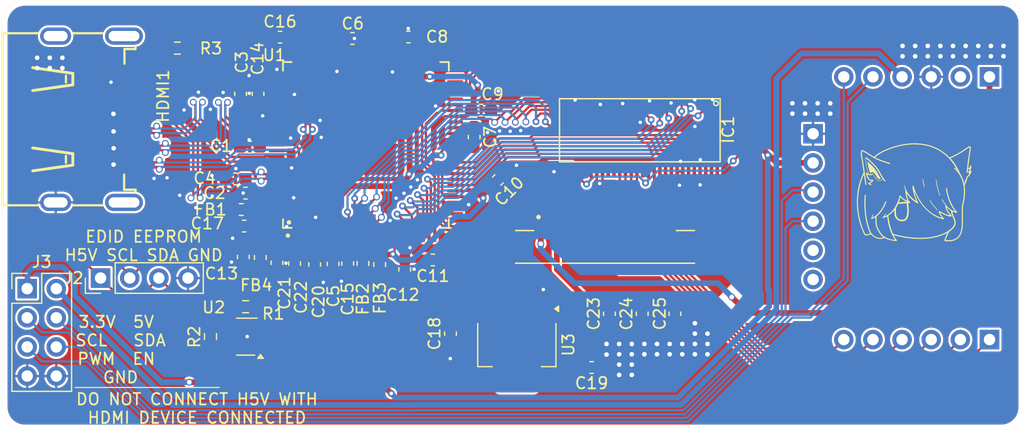
<source format=kicad_pcb>
(kicad_pcb (version 20240108) (generator "pcbnew") (generator_version "8.0")
  (layers (0 "F.Cu" signal) (31 "B.Cu" signal) (34 "B.Paste" user) (35 "F.Paste" user) (36 "B.SilkS" user "B.Silkscreen") (37 "F.SilkS" user "F.Silkscreen") (38 "B.Mask" user) (39 "F.Mask" user) (44 "Edge.Cuts" user))
  (net 0 "")
  (net 1 "GND")
  (net 2 "AVDD")
  (net 3 "DVDD")
  (net 4 "OVDD")
  (net 5 "PVDD")
  (net 6 "+3V3")
  (net 7 "+2V5")
  (net 8 "TX0+")
  (net 9 "Net-(HDMI1-Hot_Plug_Detect)")
  (net 10 "HDMI_SCL")
  (net 11 "HDMI_5V")
  (net 13 "TX1+")
  (net 14 "HDMI_SDA")
  (net 16 "TXC+")
  (net 17 "TX1-")
  (net 18 "TXC-")
  (net 19 "TX0-")
  (net 20 "TX2+")
  (net 21 "TX2-")
  (net 22 "R3")
  (net 23 "B1")
  (net 24 "RX2+")
  (net 25 "B5")
  (net 26 "R2")
  (net 27 "B4")
  (net 28 "RX0-")
  (net 29 "G2")
  (net 31 "G0")
  (net 32 "RX2-")
  (net 33 "RXCLK-")
  (net 34 "B0")
  (net 35 "G1")
  (net 36 "HSYNC")
  (net 37 "R4")
  (net 38 "RXCLK+")
  (net 39 "CLKIN")
  (net 40 "RX1-")
  (net 41 "G3")
  (net 43 "G4")
  (net 44 "B2")
  (net 45 "B3")
  (net 46 "RX1+")
  (net 47 "G5")
  (net 48 "VSYNC")
  (net 49 "R0")
  (net 50 "ENABLE")
  (net 51 "R5")
  (net 52 "R1")
  (net 53 "RX0+")
  (net 55 "VAD")
  (net 57 "LCD_INS")
  (net 58 "VCD1")
  (net 59 "VCD3")
  (net 60 "VCD4")
  (net 62 "VCD5")
  (net 64 "VCD2")
  (net 65 "PANEL_ID0")
  (net 67 "VCD6")
  (net 68 "PANEL_ID1")
  (net 107 "SDA")
  (net 108 "SCL")
  (net 109 "BL_EN")
  (net 110 "BL_PWM")
  (net 111 "+5V")
  (footprint "Connector_PinHeader_2.54mm:PinHeader_2x04_P2.54mm_Vertical" (layer "F.Cu") (at 68.27 71.335)
    (property "Reference" "J3")
    (property "Value" "I/O")
  )
  (footprint "Capacitor_SMD:C_0603_1608Metric_Pad1.08x0.95mm_HandSolder" (layer "F.Cu") (at 87.3 63.01 180)
    (property "Reference" "C2")
    (property "Value" "0.1uF" (hide yes))
  )
  (footprint "HDMI_SMD:HDMI-SMD_HDMI-019S" (layer "F.Cu") (at 74.15 56.57 -90)
    (property "Reference" "HDMI1")
    (property "Value" "HDMI-019S")
  )
  (footprint "Resistor_SMD:R_0603_1608Metric_Pad0.98x0.95mm_HandSolder" (layer "F.Cu") (at 87.31 72.9075)
    (property "Reference" "R1")
    (property "Value" "4.7K" (hide yes))
  )
  (footprint "Package_TO_SOT_SMD:SOT-23-5_HandSoldering" (layer "F.Cu") (at 87.41 75.52 180)
    (property "Reference" "U2")
    (property "Value" "24LC02B" (hide yes))
  )
  (footprint "Connector_PinHeader_2.54mm:PinHeader_1x04_P2.54mm_Vertical" (layer "F.Cu") (at 74.67 70.41 90)
    (property "Reference" "J2")
    (property "Value" "HDMI_I2C" (hide yes))
  )
  (footprint "Capacitor_SMD:C_0603_1608Metric_Pad1.08x0.95mm_HandSolder" (layer "F.Cu") (at 105.17 75.255 -90)
    (property "Reference" "C18")
    (property "Value" "4.7uF" (hide yes))
  )
  (footprint "Capacitor_SMD:C_0603_1608Metric_Pad1.08x0.95mm_HandSolder" (layer "F.Cu") (at 119.02 73.5225 -90)
    (property "Reference" "C23")
    (property "Value" "1uF" (hide yes))
  )
  (footprint "Resistor_SMD:R_0603_1608Metric_Pad0.98x0.95mm_HandSolder" (layer "F.Cu") (at 84.25 75.5075 -90)
    (property "Reference" "R2")
    (property "Value" "4.7K" (hide yes))
  )
  (footprint "Inductor_SMD:L_0603_1608Metric_Pad1.05x0.95mm_HandSolder" (layer "F.Cu") (at 99 69.23 90)
    (property "Reference" "FB3")
    (property "Value" "600Ω@100MHz" (hide yes))
  )
  (footprint "Inductor_SMD:L_0603_1608Metric_Pad1.05x0.95mm_HandSolder" (layer "F.Cu") (at 88.59 68.62 90)
    (property "Reference" "FB4")
    (property "Value" "600Ω@100MHz" (hide yes))
  )
  (footprint "Capacitor_SMD:C_0603_1608Metric_Pad1.08x0.95mm_HandSolder" (layer "F.Cu") (at 91.5825 69.1475 -90)
    (property "Reference" "C22")
    (property "Value" "0.01uF" (hide yes))
  )
  (footprint "Capacitor_SMD:C_0603_1608Metric_Pad1.08x0.95mm_HandSolder" (layer "F.Cu") (at 101.18 69.65 -90)
    (property "Reference" "C12")
    (property "Value" "0.1uF" (hide yes))
  )
  (footprint "Capacitor_SMD:C_0603_1608Metric_Pad1.08x0.95mm_HandSolder" (layer "F.Cu") (at 107.23 58.12 90)
    (property "Reference" "C7")
    (property "Value" "0.1uF" (hide yes))
  )
  (footprint "Package_TO_SOT_SMD:SOT-223-3_TabPin2" (layer "F.Cu") (at 110.95 76.2225 -90)
    (property "Reference" "U3")
    (property "Value" "AP2114H-2.5" (hide yes))
  )
  (footprint "Capacitor_SMD:C_0603_1608Metric_Pad1.08x0.95mm_HandSolder" (layer "F.Cu") (at 94.94 69.18 -90)
    (property "Reference" "C5")
    (property "Value" "0.1uF" (hide yes))
  )
  (footprint "Capacitor_SMD:C_0603_1608Metric_Pad1.08x0.95mm_HandSolder" (layer "F.Cu") (at 103.632 68.834)
    (property "Reference" "C11")
    (property "Value" "0.1uF" (hide yes))
  )
  (footprint "Capacitor_SMD:C_0603_1608Metric_Pad1.08x0.95mm_HandSolder" (layer "F.Cu") (at 87.1875 65.88 180)
    (property "Reference" "C17")
    (property "Value" "22uF" (hide yes))
  )
  (footprint "Resistor_SMD:R_0603_1608Metric_Pad0.98x0.95mm_HandSolder" (layer "F.Cu") (at 81.36 50.37 180)
    (property "Reference" "R3")
    (property "Value" "4.7K" (hide yes))
  )
  (footprint "koyomi_bl_test_driver:koyomi_bl_test_driver" (layer "F.Cu") (at 145.77 64.175)
    (property "Reference" "J4" (hide yes))
    (property "Value" "~" (hide yes))
  )
  (footprint "Capacitor_SMD:C_0603_1608Metric_Pad1.08x0.95mm_HandSolder" (layer "F.Cu") (at 88.392 54.356 90)
    (property "Reference" "C14")
    (property "Value" "22uF" (hide yes))
  )
  (footprint "Capacitor_SMD:C_0603_1608Metric_Pad1.08x0.95mm_HandSolder" (layer "F.Cu") (at 117.47 78.21)
    (property "Reference" "C19")
    (property "Value" "4.7uF" (hide yes))
  )
  (footprint "Capacitor_SMD:C_0603_1608Metric_Pad1.08x0.95mm_HandSolder" (layer "F.Cu") (at 90.04 69.08 -90)
    (property "Reference" "C21")
    (property "Value" "0.1uF" (hide yes))
  )
  (footprint "Capacitor_SMD:C_0603_1608Metric_Pad1.08x0.95mm_HandSolder" (layer "F.Cu") (at 121.88 73.5225 -90)
    (property "Reference" "C24")
    (property "Value" "0.1uF" (hide yes))
  )
  (footprint "Capacitor_SMD:C_0603_1608Metric_Pad1.08x0.95mm_HandSolder" (layer "F.Cu") (at 93.33 69.23 -90)
    (property "Reference" "C20")
    (property "Value" "1uF" (hide yes))
  )
  (footprint "TFP401:TFP401" (layer "F.Cu") (at 97.795948 58.809999 90)
    (property "Reference" "U1")
    (property "Value" "TFP401")
  )
  (footprint "Capacitor_SMD:C_0603_1608Metric_Pad1.08x0.95mm_HandSolder" (layer "F.Cu") (at 124.73 73.5225 -90)
    (property "Reference" "C25")
    (property "Value" "0.01uF" (hide yes))
  )
  (footprint "Capacitor_SMD:C_0603_1608Metric_Pad1.08x0.95mm_HandSolder" (layer "F.Cu") (at 109.3 61.86 45)
    (property "Reference" "C10")
    (property "Value" "0.1uF" (hide yes))
  )
  (footprint "Inductor_SMD:L_0603_1608Metric_Pad1.05x0.95mm_HandSolder" (layer "F.Cu") (at 86.93 64.44)
    (property "Reference" "FB1")
    (property "Value" "600Ω@100MHz" (hide yes))
  )
  (footprint "Capacitor_SMD:C_0603_1608Metric_Pad1.08x0.95mm_HandSolder" (layer "F.Cu") (at 87.11 68.57 -90)
    (property "Reference" "C13")
    (property "Value" "0.1uF" (hide yes))
  )
  (footprint "Capacitor_SMD:C_0603_1608Metric_Pad1.08x0.95mm_HandSolder" (layer "F.Cu") (at 107.84 55.78)
    (property "Reference" "C9")
    (property "Value" "0.1uF" (hide yes))
  )
  (footprint "Capacitor_SMD:C_0603_1608Metric_Pad1.08x0.95mm_HandSolder" (layer "F.Cu") (at 90.31 49.42 180)
    (property "Reference" "C16")
    (property "Value" "22uF" (hide yes))
  )
  (footprint "Inductor_SMD:L_0603_1608Metric_Pad1.05x0.95mm_HandSolder" (layer "F.Cu") (at 97.54 69.14 90)
    (property "Reference" "FB2")
    (property "Value" "600Ω@100MHz" (hide yes))
  )
  (footprint "Capacitor_SMD:C_0603_1608Metric_Pad1.08x0.95mm_HandSolder" (layer "F.Cu") (at 86.43 61.77 180)
    (property "Reference" "C4")
    (property "Value" "0.1uF" (hide yes))
  )
  (footprint "Capacitor_SMD:C_0603_1608Metric_Pad1.08x0.95mm_HandSolder" (layer "F.Cu") (at 96.6205 49.53)
    (property "Reference" "C6")
    (property "Value" "0.1uF" (hide yes))
  )
  (footprint "Capacitor_SMD:C_0603_1608Metric_Pad1.08x0.95mm_HandSolder" (layer "F.Cu") (at 86.87 54.36 90)
    (property "Reference" "C3")
    (property "Value" "0.1uF" (hide yes))
  )
  (footprint "Capacitor_SMD:C_0603_1608Metric_Pad1.08x0.95mm_HandSolder" (layer "F.Cu") (at 96.21 69.14 -90)
    (property "Reference" "C15")
    (property "Value" "22uF" (hide yes))
  )
  (footprint "Capacitor_SMD:C_0603_1608Metric_Pad1.08x0.95mm_HandSolder" (layer "F.Cu") (at 101.5 49.4)
    (property "Reference" "C8")
    (property "Value" "0.1uF" (hide yes))
  )
  (footprint "exentio_art:exentio_blob" (layer "F.Cu") (at 145.6 62.9)
    (property "Reference" "REF**" (hide yes))
    (property "Value" "blob" (hide yes))
  )
  (footprint "Capacitor_SMD:C_0603_1608Metric_Pad1.08x0.95mm_HandSolder" (layer "F.Cu") (at 87.68 59 180)
    (property "Reference" "C1")
    (property "Value" "0.1uF" (hide yes))
  )
  (footprint "20374-R30E-31:I-PEX_20374-R30E-31" (layer "F.Cu") (at 118.64 67.595)
    (property "Reference" "J1" (hide yes))
    (property "Value" "20374-R30E-31")
  )
  (footprint "SN75LVDS83B:TSSOP56" (layer "F.Cu") (at 121.67 57.48 -90)
    (property "Reference" "IC1")
    (property "Value" "SN75LVDS83B" (hide yes))
  )
  (gr_line (start 72.465 79.95) (end 85.015 79.95) (stroke (width 0.1)) (layer "F.SilkS"))
  (gr_line (start 68.07 46.18) (end 153.17 46.18) (stroke (width 0.01)) (layer "Edge.Cuts"))
  (gr_line (start 153.17 83.68) (end 68.07 83.68) (stroke (width 0.01)) (layer "Edge.Cuts"))
  (gr_line (start 155.17 48.18) (end 155.17 81.68) (stroke (width 0.01)) (layer "Edge.Cuts"))
  (gr_arc (start 68.07 83.68) (mid 66.655786 83.094214) (end 66.07 81.68) (stroke (width 0.01)) (layer "Edge.Cuts"))
  (gr_arc (start 155.17 81.68) (mid 154.584214 83.094214) (end 153.17 83.68) (stroke (width 0.01)) (layer "Edge.Cuts"))
  (gr_line (start 66.07 81.68) (end 66.07 48.18) (stroke (width 0.01)) (layer "Edge.Cuts"))
  (gr_arc (start 153.17 46.18) (mid 154.584214 46.765786) (end 155.17 48.18) (stroke (width 0.01)) (layer "Edge.Cuts"))
  (gr_arc (start 66.07 48.18) (mid 66.655786 46.765786) (end 68.07 46.18) (stroke (width 0.01)) (layer "Edge.Cuts"))
  (gr_text "3.3V  5V \nSCL   SDA\nPWM  EN \nGND" (at 76.415 76.65 0) (layer "F.SilkS") (effects (font (size 1 1))))
  (gr_text "DO NOT CONNECT H5V WITH\nHDMI DEVICE CONNECTED" (at 83.07 81.78 0) (layer "F.SilkS") (effects (font (size 1 1))))
  (gr_text "EDID EEPROM\nH5V SCL SDA GND" (at 78.42 67.61 0) (layer "F.SilkS") (effects (font (size 1 1))))
  (segment (start 93.295947 65.234053) (end 93.41 65.12) (width 0.2) (layer "F.Cu") (net 1))
  (segment (start 90.02 56.309999) (end 88.839999 56.309999) (width 0.2) (layer "F.Cu") (net 1))
  (segment (start 91.469577 54.309998) (end 91.568631 54.409052) (width 0.2) (layer "F.Cu") (net 1))
  (segment (start 91.5825 70.01) (end 90.1075 70.01) (width 0.25) (layer "F.Cu") (net 1))
  (segment (start 106.562924 58.31) (end 107.23 57.642924) (width 0.25) (layer "F.Cu") (net 1))
  (segment (start 87.45 75.51) (end 87.46 75.52) (width 0.2) (layer "F.Cu") (net 1))
  (segment (start 94.13 67.827924) (end 94.13 69.2925) (width 0.25) (layer "F.Cu") (net 1))
  (segment (start 86.4375 62.64) (end 85.5675 61.77) (width 0.25) (layer "F.Cu") (net 1))
  (segment (start 120.92 53.88) (end 120.92 54.46) (width 0.2) (layer "F.Cu") (net 1))
  (segment (start 110.24988 61.25012) (end 110.92 60.58) (width 0.5) (layer "F.Cu") (net 1))
  (segment (start 91.100001 63.809999) (end 91.5 63.41) (width 0.2) (layer "F.Cu") (net 1))
  (segment (start 116.42 53.88) (end 116.42 54.505) (width 0.2) (layer "F.Cu") (net 1))
  (segment (start 86.87 53.4975) (end 88.388 53.4975) (width 0.25) (layer "F.Cu") (net 1))
  (segment (start 87.63 54.31) (end 87.63 52.78) (width 0.25) (layer "F.Cu") (net 1))
  (segment (start 89.071722 58.225) (end 89.156722 58.31) (width 0.2) (layer "F.Cu") (net 1))
  (segment (start 90.823921 69.113447) (end 90.823921 70.386079) (width 0.25) (layer "F.Cu") (net 1))
  (segment (start 90.936347 59.309998) (end 91.32 59.693651) (width 0.2) (layer "F.Cu") (net 1))
  (segment (start 90.823921 70.386079) (end 90.81 70.4) (width 0.25) (layer "F.Cu") (net 1))
  (segment (start 126.92 60.12) (end 126.94 60.1) (width 0.2) (layer "F.Cu") (net 1))
  (segment (start 119.92 53.88) (end 119.92 54.94) (width 0.2) (layer "F.Cu") (net 1))
  (segment (start 87.1 63) (end 86.575 63) (width 0.25) (layer "F.Cu") (net 1))
  (segment (start 87.675424 58.31) (end 87.928278 58.31) (width 0.2) (layer "F.Cu") (net 1))
  (segment (start 102.3625 49.4) (end 102.23 49.4) (width 0.25) (layer "F.Cu") (net 1))
  (segment (start 114.19 61.14) (end 114.92 61.14) (width 0.2) (layer "F.Cu") (net 1))
  (segment (start 125.28 60.17) (end 125.22 60.23) (width 0.2) (layer "F.Cu") (net 1))
  (segment (start 100.11 52.45) (end 100.295948 52.264052) (width 0.2) (layer "F.Cu") (net 1))
  (segment (start 106.549999 63.809999) (end 105.571896 63.809999) (width 0.2) (layer "F.Cu") (net 1))
  (segment (start 125.42 61.14) (end 125.42 60.31) (width 0.2) (layer "F.Cu") (net 1))
  (segment (start 122.42 53.88) (end 122.42 54.87) (width 0.2) (layer "F.Cu") (net 1))
  (segment (start 124.92 54.63) (end 124.4 55.15) (width 0.2) (layer "F.Cu") (net 1))
  (segment (start 96.21 70.14) (end 95.66 70.69) (width 0.5) (layer "F.Cu") (net 1))
  (segment (start 100.856249 67.562596) (end 100.795947 67.502294) (width 0.2) (layer "F.Cu") (net 1))
  (segment (start 126.42 53.88) (end 126.42 54.83) (width 0.2) (layer "F.Cu") (net 1))
  (segment (start 86.905 65.3) (end 86.325 65.88) (width 0.25) (layer "F.Cu") (net 1))
  (segment (start 127.92 54.76) (end 128.02 54.86) (width 0.2) (layer "F.Cu") (net 1))
  (segment (start 102.23 49.4) (end 101.49 48.66) (width 0.25) (layer "F.Cu") (net 1))
  (segment (start 107.939572 57.2575) (end 107.23 57.2575) (width 0.25) (layer "F.Cu") (net 1))
  (segment (start 123.92 53.88) (end 123.92 54.67) (width 0.2) (layer "F.Cu") (net 1))
  (segment (start 118.23 55.28) (end 118.42 55.09) (width 0.2) (layer "F.Cu") (net 1))
  (segment (start 94.13 69.2925) (end 93.33 70.0925) (width 0.25) (layer "F.Cu") (net 1))
  (segment (start 101.442306 67.562596) (end 100.856249 67.562596) (width 0.2) (layer "F.Cu") (net 1))
  (segment (start 100.795947 67.502294) (end 100.795947 66.585947) (width 0.2) (layer "F.Cu") (net 1))
  (segment (start 124.92 60.53) (end 124.92 61.14) (width 0.2) (layer "F.Cu") (net 1))
  (segment (start 117.68924 60.34) (end 117.92 60.57076) (width 0.2) (layer "F.Cu") (net 1))
  (segment (start 90.1075 70.01) (end 90.04 69.9425) (width 0.25) (layer "F.Cu") (net 1))
  (segment (start 87.46 75.52) (end 88.76 75.52) (width 0.2) (layer "F.Cu") (net 1))
  (segment (start 87.63 52.78) (end 87.61 52.76) (width 0.25) (layer "F.Cu") (net 1))
  (segment (start 126.92 61.14) (end 126.92 60.12) (width 0.2) (layer "F.Cu") (net 1))
  (segment (start 116.36224 60.013) (end 113.477 60.013) (width 0.2) (layer "F.Cu") (net 1))
  (segment (start 116.92 61.14) (end 116.92 60.57076) (width 0.2) (layer "F.Cu") (net 1))
  (segment (start 75.58 53.34) (end 75.85 53.07) (width 0.2) (layer "F.Cu") (net 1))
  (segment (start 95.295948 52.374052) (end 95.27 52.4) (width 0.2) (layer "F.Cu") (net 1))
  (segment (start 117.92 61.92) (end 118.17 62.17) (width 0.2) (layer "F.Cu") (net 1))
  (segment (start 93.795948 67.493872) (end 94.13 67.827924) (width 0.25) (layer "F.Cu") (net 1))
  (segment (start 87.928278 58.31) (end 88.013278 58.225) (width 0.2) (layer "F.Cu") (net 1))
  (segment (start 105.571896 55.309998) (end 103.980002 55.309998) (width 0.2) (layer "F.Cu") (net 1))
  (segment (start 113.477 60.013) (end 113.3 60.19) (width 0.2) (layer "F.Cu") (net 1))
  (segment (start 123.92 54.67) (end 124.4 55.15) (width 0.2) (layer "F.Cu") (net 1))
  (segment (start 94.08 70.79) (end 94.0275 70.79) (width 0.25) (layer "F.Cu") (net 1))
  (segment (start 105.571896 58.31) (end 106.562924 58.31) (width 0.25) (layer "F.Cu") (net 1))
  (segment (start 91.32 59.693651) (end 91.32 60.81) (width 0.2) (layer "F.Cu") (net 1))
  (segment (start 90.823921 69.113447) (end 91.5825 69.872026) (width 0.25) (layer "F.Cu") (net 1))
  (segment (start 107.23 57.642924) (end 107.23 57.2575) (width 0.25) (layer "F.Cu") (net 1))
  (segment (start 116.92 60.57076) (end 116.36224 60.013) (width 0.2) (layer "F.Cu") (net 1))
  (segment (start 91.5825 69.872026) (end 91.5825 70.01) (width 0.25) (layer "F.Cu") (net 1))
  (segment (start 91.545947 66.585947) (end 91.795947 66.585947) (width 0.2) (layer "F.Cu") (net 1))
  (segment (start 101.993178 69.699322) (end 101.18 70.5125) (width 0.5) (layer "F.Cu") (net 1))
  (segment (start 90.02 52.809998) (end 89.075502 52.809998) (width 0.2) (layer "F.Cu") (net 1))
  (segment (start 90.02 60.81) (end 91.32 60.81) (width 0.2) (layer "F.Cu") (net 1))
  (segment (start 100.295948 52.264052) (end 100.295948 51.034051) (width 0.2) (layer "F.Cu") (net 1))
  (segment (start 126.42 54.83) (end 126.46 54.87) (width 0.2) (layer "F.Cu") (net 1))
  (segment (start 90.02 59.309998) (end 90.936347 59.309998) (width 0.2) (layer "F.Cu") (net 1))
  (segment (start 109.90988 61.25012) (end 110.24988 61.25012) (width 0.5) (layer "F.Cu") (net 1))
  (segment (start 89.156722 58.31) (end 90.02 58.31) (width 0.2) (layer "F.Cu") (net 1))
  (segment (start 90.02 54.309998) (end 91.469577 54.309998) (width 0.2) (layer "F.Cu") (net 1))
  (segment (start 90.02 58.31) (end 91.135734 58.31) (width 0.2) (layer "F.Cu") (net 1))
  (segment (start 118.42 55.09) (end 118.42 53.88) (width 0.2) (layer "F.Cu") (net 1))
  (segment (start 116.42 54.505) (end 116.03 54.895) (width 0.2) (layer "F.Cu") (net 1))
  (segment (start 106.755 64.015) (end 106.549999 63.809999) (width 0.2) (layer "F.Cu") (net 1))
  (segment (start 93.295947 66.585947) (end 93.295947 65.234053) (width 0.2) (layer "F.Cu") (net 1))
  (segment (start 117.92 61.14) (end 117.92 61.92) (width 0.2) (layer "F.Cu") (net 1))
  (segment (start 94.0275 70.79) (end 93.33 70.0925) (width 0.25) (layer "F.Cu") (net 1))
  (segment (start 86.4375 63.01) (end 86.4375 62.64) (width 0.25) (layer "F.Cu") (net 1))
  (segment (start 116.92 60.57076) (end 117.15076 60.34) (width 0.2) (layer "F.Cu") (net 1))
  (segment (start 103.980002 55.309998) (end 103.87 55.42) (width 0.2) (layer "F.Cu") (net 1))
  (segment (start 117.92 60.57076) (end 117.92 61.14) (width 0.2) (layer "F.Cu") (net 1))
  (segment (start 86.4375 63.01) (end 86.905 63.4775) (width 0.25) (layer "F.Cu") (net 1))
  (segment (start 125.22 60.23) (end 124.92 60.53) (width 0.2) (layer "F.Cu") (net 1))
  (segment (start 93.795948 66.585947) (end 93.795948 67.493872) (width 0.25) (layer "F.Cu") (net 1))
  (segment (start 101.993178 69.638857) (end 101.993178 69.699322) (width 0.5) (layer "F.Cu") (net 1))
  (segment (start 122.42 54.87) (end 122.52 54.97) (width 0.2) (layer "F.Cu") (net 1))
  (segment (start 90.02 63.809999) (end 91.100001 63.809999) (width 0.2) (layer "F.Cu") (net 1))
  (segment (start 96.21 70.0025) (end 96.21 70.14) (width 0.5) (layer "F.Cu") (net 1))
  (segment (start 117.15076 60.34) (end 117.68924 60.34) (width 0.2) (layer "F.Cu") (net 1))
  (segment (start 90.89 65.93) (end 91.545947 66.585947) (width 0.2) (layer "F.Cu") (net 1))
  (segment (start 75.85 53.07) (end 77.55 53.07) (width 0.2) (layer "F.Cu") (net 1))
  (segment (start 119.92 54.94) (end 120.18 55.2) (width 0.2) (layer "F.Cu") (net 1))
  (segment (start 97.483 49.53) (end 96.7955 49.53) (width 0.25) (layer "F.Cu") (net 1))
  (segment (start 118.42 61.92) (end 118.42 61.14) (width 0.2) (layer "F.Cu") (net 1))
  (segment (start 127.92 53.88) (end 127.92 54.76) (width 0.2) (layer "F.Cu") (net 1))
  (segment (start 87.625425 58.359999) (end 87.675424 58.31) (width 0.2) (layer "F.Cu") (net 1))
  (segment (start 124.92 53.88) (end 124.92 54.63) (width 0.2) (layer "F.Cu") (net 1))
  (segment (start 86.905 63.4775) (end 86.905 65.3) (width 0.25) (layer "F.Cu") (net 1))
  (segment (start 120.92 54.46) (end 120.18 55.2) (width 0.2) (layer "F.Cu") (net 1))
  (segment (start 90.04 52.22) (end 90.04 52.789998) (width 0.2) (layer "F.Cu") (net 1))
  (segment (start 95.295948 51.034051) (end 95.295948 52.374052) (width 0.2) (layer "F.Cu") (net 1))
  (segment (start 91.135734 58.31) (end 91.235735 58.209999) (width 0.2) (layer "F.Cu") (net 1))
  (segment (start 88.839999 56.309999) (end 88.8 56.27) (width 0.2) (layer "F.Cu") (net 1))
  (segment (start 89.075502 52.809998) (end 88.392 53.4935) (width 0.2) (layer "F.Cu") (net 1))
  (segment (start 118.17 62.17) (end 118.42 61.92) (width 0.2) (layer "F.Cu") (net 1))
  (segment (start 125.42 60.31) (end 125.28 60.17) (width 0.2) (layer "F.Cu") (net 1))
  (segment (start 88.388 53.4975) (end 88.392 53.4935) (width 0.25) (layer "F.Cu") (net 1))
  (segment (start 90.04 52.789998) (end 90.02 52.809998) (width 0.2) (layer "F.Cu") (net 1))
  (segment (start 88.013278 58.225) (end 89.071722 58.225) (width 0.2) (layer "F.Cu") (net 1))
  (segment (start 101.642108 67.762398) (end 101.442306 67.562596) (width 0.2) (layer "F.Cu") (net 1))
  (segment (start 108.399566 57.717494) (end 107.939572 57.2575) (width 0.25) (layer "F.Cu") (net 1))
  (via (at 91.5 63.41) (size 0.6) (drill 0.3) (layers "F.Cu" "B.Cu") (net 1))
  (via (at 101.49 48.66) (size 0.6) (drill 0.3) (layers "F.Cu" "B.Cu") (net 1))
  (via (at 80.46 61.67) (size 0.6) (drill 0.3) (layers "F.Cu" "B.Cu") (net 1))
  (via (at 75.8 60.52) (size 0.6) (drill 0.4) (layers "F.Cu" "B.Cu") (net 1))
  (via (at 101.71 62.47) (size 0.6) (drill 0.3) (layers "F.Cu" "B.Cu") (net 1))
  (via (at 70.24 52.11) (size 0.6) (drill 0.4) (layers "F.Cu" "B.Cu") (net 1))
  (via (at 126.93 62.29) (size 0.6) (drill 0.3) (layers "F.Cu" "B.Cu") (net 1))
  (via (at 136.07 55.18) (size 0.6) (drill 0.4) (layers "F.Cu" "B.Cu") (net 1))
  (via (at 153.37 50.18) (size 0.6) (drill 0.4) (layers "F.Cu" "B.Cu") (net 1))
  (via (at 147.87 51.08) (size 0.6) (drill 0.4) (layers "F.Cu" "B.Cu") (net 1))
  (via (at 126.47 76.155) (size 0.6) (drill 0.4) (layers "F.Cu" "B.Cu") (net 1))
  (via (at 87.1 63) (size 0.6) (drill 0.3) (layers "F.Cu" "B.Cu") (net 1))
  (via (at 90.823921 69.113447) (size 0.6) (drill 0.3) (layers "F.Cu" "B.Cu") (net 1))
  (via (at 90.89 65.93) (size 0.6) (drill 0.3) (layers "F.Cu" "B.Cu") (net 1))
  (via (at 93.8 56.67) (size 0.6) (drill 0.3) (layers "F.Cu" "B.Cu") (net 1))
  (via (at 118.77 76.155) (size 0.6) (drill 0.4) (layers "F.Cu" "B.Cu") (net 1))
  (via (at 103.87 55.42) (size 0.6) (drill 0.3) (layers "F.Cu" "B.Cu") (net 1))
  (via (at 108.399566 57.717494) (size 0.6) (drill 0.3) (layers "F.Cu" "B.Cu") (net 1))
  (via (at 148.97 50.18) (size 0.6) (drill 0.4) (layers "F.Cu" "B.Cu") (net 1))
  (via (at 127.57 76.155) (size 0.6) (drill 0.4) (layers "F.Cu" "B.Cu") (net 1))
  (via (at 69.14 51.21) (size 0.6) (drill 0.4) (layers "F.Cu" "B.Cu") (net 1))
  (via (at 101.12 63.02) (size 0.6) (drill 0.3) (layers "F.Cu" "B.Cu") (net 1))
  (via (at 125.37 77.055) (size 0.6) (drill 0.4) (layers "F.Cu" "B.Cu") (net 1))
  (via (at 127.57 75.255) (size 0.6) (drill 0.4) (layers "F.Cu" "B.Cu") (net 1))
  (via (at 144.57 50.18) (size 0.6) (drill 0.4) (layers "F.Cu" "B.Cu") (net 1))
  (via (at 91.235735 58.209999) (size 0.6) (drill 0.3) (layers "F.Cu" "B.Cu") (net 1))
  (via (at 84.4 63.27) (size 0.6) (drill 0.3) (layers "F.Cu" "B.Cu") (net 1))
  (via (at 106.755 64.015) (size 0.6) (drill 0.3) (layers "F.Cu" "B.Cu") (net 1))
  (via (at 126.47 74.355) (size 0.6) (drill 0.4) (layers "F.Cu" "B.Cu") (net 1))
  (via (at 122.07 76.155) (size 0.6) (drill 0.4) (layers "F.Cu" "B.Cu") (net 1))
  (via (at 85.35 54.237156) (size 0.6) (drill 0.3) (layers "F.Cu" "B.Cu") (net 1))
  (via (at 105.15 77.43) (size 0.6) (drill 0.3) (layers "F.Cu" "B.Cu") (net 1))
  (via (at 86.18 66.94) (size 0.6) (drill 0.3) (layers "F.Cu" "B.Cu") (net 1))
  (via (at 90.04 52.22) (size 0.6) (drill 0.3) (layers "F.Cu" "B.Cu") (net 1))
  (via (at 114.19 61.14) (size 0.6) (drill 0.3) (layers "F.Cu" "B.Cu") (net 1))
  (via (at 125.13 62.32) (size 0.6) (drill 0.3) (layers "F.Cu" "B.Cu") (net 1))
  (via (at 120.97 78.855) (size 0.6) (drill 0.4) (layers "F.Cu" "B.Cu") (net 1))
  (via (at 75.8 57.63) (size 0.6) (drill 0.4) (layers "F.Cu" "B.Cu") (net 1))
  (via (at 109.45 57.59) (size 0.6) (drill 0.3) (layers "F.Cu" "B.Cu") (net 1))
  (via (at 69.14 52.11) (size 0.6) (drill 0.4) (layers "F.Cu" "B.Cu") (net 1))
  (via (at 121.71 56.84) (size 0.6) (drill 0.3) (layers "F.Cu" "B.Cu") (net 1))
  (via (at 79.33 61.73) (size 0.6) (drill 0.3) (layers "F.Cu" "B.Cu") (net 1))
  (via (at 127.57 77.055) (size 0.6) (drill 0.4) (layers "F.Cu" "B.Cu") (net 1))
  (via (at 145.67 50.18) (size 0.6) (drill 0.4) (layers "F.Cu" "B.Cu") (net 1))
  (via (at 95.66 70.69) (size 0.6) (drill 0.3) (layers "F.Cu" "B.Cu") (net 1))
  (via (at 123.17 77.055) (size 0.6) (drill 0.4) (layers "F.Cu" "B.Cu") (net 1))
  (via (at 137.17 55.18) (size 0.6) (drill 0.4) (layers "F.Cu" "B.Cu") (net 1))
  (via (at 86.08 69.02) (size 0.6) (drill 0.3) (layers "F.Cu" "B.Cu") (net 1))
  (via (at 96.7955 49.53) (size 0.6) (drill 0.3) (layers "F.Cu" "B.Cu") (net 1))
  (via (at 120.97 77.055) (size 0.6) (drill 0.4) (layers "F.Cu" "B.Cu") (net 1))
  (via (at 87.61 52.76) (size 0.6) (drill 0.3) (layers "F.Cu" "B.Cu") (net 1))
  (via (at 118.77 77.08) (size 0.6) (drill 0.4) (layers "F.Cu" "B.Cu") (net 1))
  (via (at 102.28 61.85) (size 0.6) (drill 0.3) (layers "F.Cu" "B.Cu") (net 1))
  (via (at 138.27 56.08) (size 0.6) (drill 0.4) (layers "F.Cu" "B.Cu") (net 1))
  (via (at 151.17 50.18) (size 0.6) (drill 0.4) (layers "F.Cu" "B.Cu") (net 1))
  (via (at 145.67 51.08) (size 0.6) (drill 0.4) (layers "F.Cu" "B.Cu") (net 1))
  (via (at 75.81 59.1) (size 0.6) (drill 0.4) (layers "F.Cu" "B.Cu") (net 1))
  (via (at 119.87 77.955) (size 0.6) (drill 0.4) (layers "F.Cu" "B.Cu") (net 1))
  (via (at 118.23 55.28) (size 0.6) (drill 0.3) (layers "F.Cu" "B.Cu") (net 1))
  (via (at 126.94 60.1) (size 0.6) (drill 0.3) (layers "F.Cu" "B.Cu") (net 1))
  (via (at 91.568631 54.409052) (size 0.6) (drill 0.3) (layers "F.Cu" "B.Cu") (net 1))
  (via (at 128.02 54.86) (size 0.6) (drill 0.3) (layers "F.Cu" "B.Cu") (net 1))
  (via (at 81.95 55.76) (size 0.6) (drill 0.3) (layers "F.Cu" "B.Cu") (net 1))
  (via (at 134.97 56.08) (size 0.6) (drill 0.4) (layers "F.Cu" "B.Cu") (net 1))
  (via (at 119.87 76.155) (size 0.6) (drill 0.4) (layers "F.Cu" "B.Cu") (net 1))
  (via (at 71.34 52.11) (size 0.6) (drill 0.4) (layers "F.Cu" "B.Cu") (net 1))
  (via (at 70.24 51.21) (size 0.6) (drill 0.4) (layers "F.Cu" "B.Cu") (net 1))
  (via (at 88.8 56.27) (size 0.6) (drill 0.3) (layers "F.Cu" "B.Cu") (net 1))
  (via (at 153.37 51.08) (size 0.6) (drill 0.4) (layers "F.Cu" "B.Cu") (net 1))
  (via (at 125.22 60.23) (size 0.6) (drill 0.3) (layers "F.Cu" "B.Cu") (net 1))
  (via (at 75.79 56.1) (size 0.6) (drill 0.4) (layers "F.Cu" "B.Cu") (net 1))
  (via (at 101.642108 67.762398) (size 0.6) (drill 0.3) (layers "F.Cu" "B.Cu") (net 1))
  (via (at 123.17 76.155) (size 0.6) (drill 0.4) (layers "F.Cu" "B.Cu") (net 1))
  (via (at 150.07 51.08) (size 0.6) (drill 0.4) (layers "F.Cu" "B.Cu") (net 1))
  (via (at 120.97 76.155) (size 0.6) (drill 0.4) (layers "F.Cu" "B.Cu") (net 1))
  (via (at 125.37 76.155) (size 0.6) (drill 0.4) (layers "F.Cu" "B.Cu") (net 1))
  (via (at 110.92 60.58) (size 0.6) (drill 0.3) (layers "F.Cu" "B.Cu") (net 1))
  (via (at 144.57 51.08) (size 0.6) (drill 0.4) (layers "F.Cu" "B.Cu") (net 1))
  (via (at 122.07 77.055) (size 0.6) (drill 0.4) (layers "F.Cu" "B.Cu") (net 1))
  (via (at 124.4 55.15) (size 0.6) (drill 0.3) (layers "F.Cu" "B.Cu") (net 1))
  (via (at 110.37 57.62) (size 0.6) (drill 0.3) (layers "F.Cu" "B.Cu") (net 1))
  (via (at 146.77 51.08) (size 0.6) (drill 0.4) (layers "F.Cu" "B.Cu") (net 1))
  (via (at 91.32 60.81) (size 0.6) (drill 0.3) (layers "F.Cu" "B.Cu") (net 1))
  (via (at 81.57 63.2) (size 0.6) (drill 0.3) (layers "F.Cu" "B.Cu") (net 1))
  (via (at 126.47 77.055) (size 0.6) (drill 0.4) (layers "F.Cu" "B.Cu") (net 1))
  (via (at 119.87 77.055) (size 0.6) (drill 0.4) (layers "F.Cu" "B.Cu") (net 1))
  (via (at 95.27 52.4) (size 0.6) (drill 0.3) (layers "F.Cu" "B.Cu") (net 1))
  (via (at 86.460612 60.870196) (size 0.6) (drill 0.3) (layers "F.Cu" "B.Cu") (net 1))
  (via (at 109.34 54.11) (size 0.6) (drill 0.3) (layers "F.Cu" "B.Cu") (net 1))
  (via (at 119.87 78.855) (size 0.6) (drill 0.4) (layers "F.Cu" "B.Cu") (net 1))
  (via (at 94.08 70.79) (size 0.6) (drill 0.3) (layers "F.Cu" "B.Cu") (net 1))
  (via (at 137.17 56.08) (size 0.6) (drill 0.4) (layers "F.Cu" "B.Cu") (net 1))
  (via (at 87.625425 58.359999) (size 0.6) (drill 0.3) (layers "F.Cu" "B.Cu") (net 1))
  (via (at 152.27 51.08) (size 0.6) (drill 0.4) (layers "F.Cu" "B.Cu") (net 1))
  (via (at 113.26 71.41) (size 0.6) (drill 0.3) (layers "F.Cu" "B.Cu") (net 1))
  (via (at 75.58 53.34) (size 0.6) (drill 0.3) (layers "F.Cu" "B.Cu") (net 1))
  (via (at 126.47 75.255) (size 0.6) (drill 0.4) (layers "F.Cu" "B.Cu") (net 1))
  (via (at 120.18 55.2) (size 0.6) (drill 0.3) (layers "F.Cu" "B.Cu") (net 1))
  (via (at 71.34 51.21) (size 0.6) (drill 0.4) (layers "F.Cu" "B.Cu") (net 1))
  (via (at 82.98 64.27) (size 0.6) (drill 0.3) (layers "F.Cu" "B.Cu") (net 1))
  (via (at 83.2 54.21) (size 0.6) (drill 0.3) (layers "F.Cu" "B.Cu") (net 1))
  (via (at 87.63 54.31) (size 0.6) (drill 0.3) (layers "F.Cu" "B.Cu") (net 1))
  (via (at 93.41 65.12) (size 0.6) (drill 0.3) (layers "F.Cu" "B.Cu") (net 1))
  (via (at 148.97 51.08) (size 0.6) (drill 0.4) (layers "F.Cu" "B.Cu") (net 1))
  (via (at 84.37 61.47) (size 0.6) (drill 0.3) (layers "F.Cu" "B.Cu") (net 1))
  (via (at 101.993178 69.638857) (size 0.6) (drill 0.3) (layers "F.Cu" "B.Cu") (net 1))
  (via (at 136.07 56.08) (size 0.6) (drill 0.4) (layers "F.Cu" "B.Cu") (net 1))
  (via (at 138.27 55.18) (size 0.6) (drill 0.4) (layers "F.Cu" "B.Cu") (net 1))
  (via (at 124.27 76.155) (size 0.6) (drill 0.4) (layers "F.Cu" "B.Cu") (net 1))
  (via (at 99.91 65.4) (size 0.6) (drill 0.3) (layers "F.Cu" "B.Cu") (net 1))
  (via (at 111.29 57.56) (size 0.6) (drill 0.3) (layers "F.Cu" "B.Cu") (net 1))
  (via (at 146.77 50.18) (size 0.6) (drill 0.4) (layers "F.Cu" "B.Cu") (net 1))
  (via (at 151.17 51.08) (size 0.6) (drill 0.4) (layers "F.Cu" "B.Cu") (net 1))
  (via (at 120.97 77.955) (size 0.6) (drill 0.4) (layers "F.Cu" "B.Cu") (net 1))
  (via (at 84.24 55.71) (size 0.6) (drill 0.3) (layers "F.Cu" "B.Cu") (net 1))
  (via (at 116.03 54.895) (size 0.6) (drill 0.3) (layers "F.Cu" "B.Cu") (net 1))
  (via (at 124.27 77.055) (size 0.6) (drill 0.4) (layers "F.Cu" "B.Cu") (net 1))
  (via (at 134.97 55.18) (size 0.6) (drill 0.4) (layers "F.Cu" "B.Cu") (net 1))
  (via (at 93.9 58.15) (size 0.6) (drill 0.3) (layers "F.Cu" "B.Cu") (net 1))
  (via (at 126.46 54.87) (size 0.6) (drill 0.3) (layers "F.Cu" "B.Cu") (net 1))
  (via (at 152.27 50.18) (size 0.6) (drill 0.4) (layers "F.Cu" "B.Cu") (net 1))
  (via (at 126.47 57.2) (size 0.6) (drill 0.3) (layers "F.Cu" "B.Cu") (net 1))
  (via (at 87.45 75.51) (size 0.6) (drill 0.3) (layers "F.Cu" "B.Cu") (net 1))
  (via (at 118.17 62.17) (size 0.6) (drill 0.3) (layers "F.Cu" "B.Cu") (net 1))
  (via (at 122.52 54.97) (size 0.6) (drill 0.3) (layers "F.Cu" "B.Cu") (net 1))
  (via (at 100.11 52.45) (size 0.6) (drill 0.3) (layers "F.Cu" "B.Cu") (net 1))
  (via (at 150.07 50.18) (size 0.6) (drill 0.4) (layers "F.Cu" "B.Cu") (net 1))
  (via (at 100.43 63.45) (size 0.6) (drill 0.3) (layers "F.Cu" "B.Cu") (net 1))
  (via (at 147.87 50.18) (size 0.6) (drill 0.4) (layers "F.Cu" "B.Cu") (net 1))
  (segment (start 91.19 56.05) (end 90.95 55.81) (width 0.2) (layer "F.Cu") (net 2))
  (segment (start 91.139998 56.809998) (end 91.19 56.86) (width 0.2) (layer "F.Cu") (net 2))
  (segment (start 91.12 62.32) (end 91.96 61.48) (width 0.2) (layer "F.Cu") (net 2))
  (segment (start 90.02 56.809998) (end 89.959998 56.87) (width 0.2) (layer "F.Cu") (net 2))
  (segment (start 90.02 58.809999) (end 90.93635 58.809999) (width 0.2) (layer "F.Cu") (net 2))
  (segment (start 91.96 61.48) (end 91.96 59.15) (width 0.2) (layer "F.Cu") (net 2))
  (segment (start 90.93635 58.809999) (end 91.520001 58.809999) (width 0.2) (layer "F.Cu") (net 2))
  (segment (start 90.02 56.809998) (end 91.139998 56.809998) (width 0.2) (layer "F.Cu") (net 2))
  (segment (start 88.205 63.095) (end 88.3 63) (width 0.25) (layer "F.Cu") (net 2))
  (segment (start 91.19 56.86) (end 91.19 56.05) (width 0.2) (layer "F.Cu") (net 2))
  (segment (start 91.96 59.15) (end 91.57 58.76) (width 0.2) (layer "F.Cu") (net 2))
  (segment (start 90.02 62.31) (end 91.11 62.31) (width 0.2) (layer "F.Cu") (net 2))
  (segment (start 88.3 63.695) (end 87.735 64.26) (width 0.2) (layer "F.Cu") (net 2))
  (segment (start 88.1625 62.64) (end 88.1625 63.01) (width 0.25) (layer "F.Cu") (net 2))
  (segment (start 88.597029 55.2185) (end 88.392 55.2185) (width 0.2) (layer "F.Cu") (net 2))
  (segment (start 89.207565 62.31) (end 88.517565 63) (width 0.2) (layer "F.Cu") (net 2))
  (segment (start 91.64 57.31) (end 91.19 56.86) (width 0.2) (layer "F.Cu") (net 2))
  (segment (start 89.188529 55.81) (end 88.597029 55.2185) (width 0.2) (layer "F.Cu") (net 2))
  (segment (start 91.95 58.38) (end 91.95 57.92) (width 0.2) (layer "F.Cu") (net 2))
  (segment (start 86.87 55.2225) (end 88.388 55.2225) (width 0.25) (layer "F.Cu") (net 2))
  (segment (start 91.11 62.31) (end 91.12 62.32) (width 0.2) (layer "F.Cu") (net 2))
  (segment (start 91.95 57.92) (end 91.64 57.61) (width 0.2) (layer "F.Cu") (net 2))
  (segment (start 88.3 63) (end 88.3 63.695) (width 0.2) (layer "F.Cu") (net 2))
  (segment (start 88.5175 56.87) (end 86.87 55.2225) (width 0.2) (layer "F.Cu") (net 2))
  (segment (start 91.520001 58.809999) (end 91.57 58.76) (width 0.2) (layer "F.Cu") (net 2))
  (segment (start 87.2925 61.77) (end 88.1625 62.64) (width 0.25) (layer "F.Cu") (net 2))
  (segment (start 88.388 55.2225) (end 88.392 55.2185) (width 0.25) (layer "F.Cu") (net 2))
  (segment (start 88.732501 58.809999) (end 90.02 58.809999) (width 0.25) (layer "F.Cu") (net 2))
  (segment (start 88.5425 59) (end 88.732501 58.809999) (width 0.25) (layer "F.Cu") (net 2))
  (segment (start 88.517565 63) (end 88.3 63) (width 0.2) (layer "F.Cu") (net 2))
  (segment (start 90.95 55.81) (end 90.02 55.81) (width 0.2) (layer "F.Cu") (net 2))
  (segment (start 91.64 57.61) (end 91.64 57.31) (width 0.2) (layer "F.Cu") (net 2))
  (segment (start 91.57 58.76) (end 91.95 58.38) (width 0.2) (layer "F.Cu") (net 2))
  (segment (start 89.959998 56.87) (end 88.5175 56.87) (width 0.2) (layer "F.Cu") (net 2))
  (segment (start 90.02 62.31) (end 89.207565 62.31) (width 0.2) (layer "F.Cu") (net 2))
  (segment (start 88.205 64.39) (end 88.205 63.095) (width 0.25) (layer "F.Cu") (net 2))
  (segment (start 90.02 55.81) (end 89.188529 55.81) (width 0.2) (layer "F.Cu") (net 2))
  (segment (start 104.35 59.71) (end 104.35 59.43) (width 0.2) (layer "F.Cu") (net 3))
  (segment (start 95.795947 49.567947) (end 95.758 49.53) (width 0.25) (layer "F.Cu") (net 3))
  (segment (start 107.057499 58.809999) (end 107.23 58.9825) (width 0.2) (layer "F.Cu") (net 3))
  (segment (start 101.56 61.35) (end 101.61 61.3) (width 0.5) (layer "F.Cu") (net 3))
  (segment (start 94.295947 66.585947) (end 94.295947 67.350947) (width 0.2) (layer "F.Cu") (net 3))
  (segment (start 96.067774 52.222226) (end 95.795947 51.950399) (width 0.2) (layer "F.Cu") (net 3))
  (segment (start 100.51 54.95) (end 98.795548 54.95) (width 0.5) (layer "F.Cu") (net 3))
  (segment (start 104.595247 59.184753) (end 104.595247 59.04) (width 0.2) (layer "F.Cu") (net 3))
  (segment (start 104.595247 59.04) (end 104.825248 58.809999) (width 0.2) (layer "F.Cu") (net 3))
  (segment (start 94.94 68.3175) (end 96.17 68.3175) (width 0.5) (layer "F.Cu") (net 3))
  (segment (start 94.295947 66.585947) (end 94.295947 65.54) (width 0.2) (layer "F.Cu") (net 3))
  (segment (start 94.295947 65.54) (end 94.35 65.485947) (width 0.5) (layer "F.Cu") (net 3))
  (segment (start 95.795947 51.950399) (end 95.795947 51.034051) (width 0.2) (layer "F.Cu") (net 3))
  (segment (start 101.61 61.3) (end 101.61 56.05) (width 0.5) (layer "F.Cu") (net 3))
  (segment (start 101.56 61.5) (end 101.56 61.35) (width 0.5) (layer "F.Cu") (net 3))
  (segment (start 95.795947 51.034051) (end 95.795947 49.567947) (width 0.25) (layer "F.Cu") (net 3))
  (segment (start 94.35 65.485947) (end 94.35 64.51) (width 0.5) (layer "F.Cu") (net 3))
  (segment (start 97.5275 68.2775) (end 97.54 68.265) (width 0.5) (layer "F.Cu") (net 3))
  (segment (start 96.21 68.2775) (end 97.5275 68.2775) (width 0.5) (layer "F.Cu") (net 3))
  (segment (start 100.66 62.4) (end 101.56 61.5) (width 0.5) (layer "F.Cu") (net 3))
  (segment (start 104.35 59.43) (end 104.595247 59.184753) (width 0.2) (layer "F.Cu") (net 3))
  (segment (start 98.795548 54.95) (end 96.067774 52.222226) (width 0.5) (layer "F.Cu") (net 3))
  (segment (start 104.825248 58.809999) (end 105.571896 58.809999) (width 0.2) (layer "F.Cu") (net 3))
  (segment (start 105.571896 58.809999) (end 107.057499 58.809999) (width 0.2) (layer "F.Cu") (net 3))
  (segment (start 94.35 64.51) (end 96.46 62.4) (width 0.5) (layer "F.Cu") (net 3))
  (segment (start 96.46 62.4) (end 100.66 62.4) (width 0.5) (layer "F.Cu") (net 3))
  (segment (start 96.17 68.3175) (end 96.21 68.2775) (width 0.5) (layer "F.Cu") (net 3))
  (segment (start 101.61 56.05) (end 100.51 54.95) (width 0.5) (layer "F.Cu") (net 3))
  (segment (start 94.295947 67.350947) (end 95.21 68.265) (width 0.2) (layer "F.Cu") (net 3))
  (via (at 101.56 61.35) (size 0.6) (drill 0.3) (layers "F.Cu" "B.Cu") (net 3))
  (via (at 104.35 59.71) (size 0.6) (drill 0.3) (layers "F.Cu" "B.Cu") (net 3))
  (segment (start 102.62482 60.742) (end 103.65682 59.71) (width 0.5) (layer "B.Cu") (net 3))
  (segment (start 102.148 60.742) (end 102.62482 60.742) (width 0.5) (layer "B.Cu") (net 3))
  (segment (start 103.65682 59.71) (end 104.35 59.71) (width 0.5) (layer "B.Cu") (net 3))
  (segment (start 101.56 61.35) (end 101.56 61.33) (width 0.5) (layer "B.Cu") (net 3))
  (segment (start 101.56 61.33) (end 102.148 60.742) (width 0.5) (layer "B.Cu") (net 3))
  (segment (start 100.977774 52.132226) (end 100.795947 51.950398) (width 0.2) (layer "F.Cu") (net 4))
  (segment (start 101.577775 52.732225) (end 100.977774 52.132226) (width 0.5) (layer "F.Cu") (net 4))
  (segment (start 100.6175 68.7875) (end 100.15 68.32) (width 0.5) (layer "F.Cu") (net 4))
  (segment (start 106.611471 63.31) (end 105.571896 63.31) (width 0.2) (layer "F.Cu") (net 4))
  (segment (start 105.571896 63.31) (end 104.660301 63.31) (width 0.2) (layer "F.Cu") (net 4))
  (segment (start 91.36 52.26) (end 91.36 53.12) (width 0.5) (layer "F.Cu") (net 4))
  (segment (start 100.795947 49.995947) (end 99.27 48.47) (width 0.5) (layer "F.Cu") (net 4))
  (segment (start 107.18 55.618244) (end 106.664122 56.134122) (width 0.5) (layer "F.Cu") (net 4))
  (segment (start 106.761471 63.16) (end 106.611471 63.31) (width 0.2) (layer "F.Cu") (net 4))
  (segment (start 100.795947 49.995947) (end 100.795947 51.034051) (width 0.2) (layer "F.Cu") (net 4))
  (segment (start 101.695549 52.85) (end 101.577775 52.732225) (width 0.5) (layer "F.Cu") (net 4))
  (segment (start 90.93635 53.809999) (end 91.36 53.386349) (width 0.2) (layer "F.Cu") (net 4))
  (segment (start 103.717773 57.247773) (end 103.717773 59.032227) (width 0.5) (layer "F.Cu") (net 4))
  (segment (start 107.54 53.59) (end 107.54 54.28) (width 0.5) (layer "F.Cu") (net 4))
  (segment (start 104.655546 56.309999) (end 105.571896 56.309999) (width 0.2) (layer "F.Cu") (net 4))
  (segment (start 107.02 63.16) (end 106.761471 63.16) (width 0.2) (layer "F.Cu") (net 4))
  (segment (start 104.402773 56.562773) (end 104.655546 56.309999) (width 0.2) (layer "F.Cu") (net 4))
  (segment (start 104.443985 61.30056) (end 103.67 60.526575) (width 0.2) (layer "F.Cu") (net 4))
  (segment (start 100.15 68.32) (end 100.295948 68.174052) (width 0.2) (layer "F.Cu") (net 4))
  (segment (start 103.717773 57.247773) (end 104.402773 56.562773) (width 0.5) (layer "F.Cu") (net 4))
  (segment (start 101.2265 68.834) (end 101.18 68.7875) (width 0.5) (layer "F.Cu") (net 4))
  (segment (start 91.36 53.386349) (end 91.36 53.12) (width 0.2) (layer "F.Cu") (net 4))
  (segment (start 107.49 63.16) (end 107.02 63.16) (width 0.5) (layer "F.Cu") (net 4))
  (segment (start 106.664122 56.134122) (end 106.488245 56.309999) (width 0.25) (layer "F.Cu") (net 4))
  (segment (start 106.488245 56.309999) (end 105.571896 56.309999) (width 0.25) (layer "F.Cu") (net 4))
  (segment (start 104.443985 63.093684) (end 104.443985 61.30056) (width 0.2) (layer "F.Cu") (net 4))
  (segment (start 107.54 54.28) (end 107.18 54.64) (width 0.5) (layer "F.Cu") (net 4))
  (segment (start 100.795947 51.950398) (end 100.795947 51.034051) (width 0.2) (layer "F.Cu") (net 4))
  (segment (start 101.18 68.7875) (end 100.6175 68.7875) (width 0.5) (layer "F.Cu") (net 4))
  (segment (start 108.02 63.44) (end 107.74 63.16) (width 0.5) (layer "F.Cu") (net 4))
  (segment (start 108.02 63.14) (end 108.69012 62.46988) (width 0.5) (layer "F.Cu") (net 4))
  (segment (start 92.19 48.47) (end 90.9 49.76) (width 0.5) (layer "F.Cu") (net 4))
  (segment (start 102.7695 68.834) (end 101.2265 68.834) (width 0.5) (layer "F.Cu") (net 4))
  (segment (start 99 68.355) (end 100.115 68.355) (width 0.5) (layer "F.Cu") (net 4))
  (segment (start 90.02 53.809999) (end 90.93635 53.809999) (width 0.2) (layer "F.Cu") (net 4))
  (segment (start 100.295948 68.174052) (end 100.295948 66.585947) (width 0.2) (layer "F.Cu") (net 4))
  (segment (start 103.67 60.526575) (end 103.67 59.08) (width 0.2) (layer "F.Cu") (net 4))
  (segment (start 90.9 51.8) (end 91.36 52.26) (width 0.5) (layer "F.Cu") (net 4))
  (segment (start 108.02 63.44) (end 108.02 63.14) (width 0.5) (layer "F.Cu") (net 4))
  (segment (start 99.27 48.47) (end 92.19 48.47) (width 0.5) (layer "F.Cu") (net 4))
  (segment (start 104.660301 63.31) (end 104.443985 63.093684) (width 0.2) (layer "F.Cu") (net 4))
  (segment (start 107.18 54.64) (end 107.18 55.618244) (width 0.5) (layer "F.Cu") (net 4))
  (segment (start 107.74 63.16) (end 107.49 63.16) (width 0.5) (layer "F.Cu") (net 4))
  (segment (start 100.115 68.355) (end 100.15 68.32) (width 0.5) (layer "F.Cu") (net 4))
  (segment (start 90.9 49.76) (end 90.9 51.8) (width 0.5) (layer "F.Cu") (net 4))
  (segment (start 103.717773 59.032227) (end 103.67 59.08) (width 0.5) (layer "F.Cu") (net 4))
  (segment (start 103.36 52.85) (end 101.695549 52.85) (width 0.5) (layer "F.Cu") (net 4))
  (via (at 100.15 68.32) (size 0.6) (drill 0.3) (layers "F.Cu" "B.Cu") (net 4))
  (via (at 108.02 63.44) (size 0.6) (drill 0.3) (layers "F.Cu" "B.Cu") (net 4))
  (via (at 103.36 52.85) (size 0.6) (drill 0.3) (layers "F.Cu" "B.Cu") (net 4))
  (via (at 107.54 53.59) (size 0.6) (drill 0.3) (layers "F.Cu" "B.Cu") (net 4))
  (segment (start 107.54 53.59) (end 106.8 52.85) (width 0.5) (layer "B.Cu") (net 4))
  (segment (start 108.02 63.810661) (end 106.780661 65.05) (width 0.5) (layer "B.Cu") (net 4))
  (segment (start 108.02 63.44) (end 108.02 63.810661) (width 0.5) (layer "B.Cu") (net 4))
  (segment (start 101.85 68.82) (end 100.65 68.82) (width 0.5) (layer "B.Cu") (net 4))
  (segment (start 105.62 65.05) (end 101.85 68.82) (width 0.5) (layer "B.Cu") (net 4))
  (segment (start 106.780661 65.05) (end 105.62 65.05) (width 0.5) (layer "B.Cu") (net 4))
  (segment (start 100.65 68.82) (end 100.15 68.32) (width 0.5) (layer "B.Cu") (net 4))
  (segment (start 106.8 52.85) (end 103.36 52.85) (width 0.5) (layer "B.Cu") (net 4))
  (segment (start 88.05 65.88) (end 88.655 65.275) (width 0.25) (layer "F.Cu") (net 5))
  (segment (start 87.11 67.7075) (end 87.11 66.82) (width 0.25) (layer "F.Cu") (net 5))
  (segment (start 88.655 63.973351) (end 89.018351 63.61) (width 0.25) (layer "F.Cu") (net 5))
  (segment (start 88.5525 67.7075) (end 88.59 67.745) (width 0.25) (layer "F.Cu") (net 5))
  (segment (start 89.018351 63.61) (end 89.018351 63.345299) (width 0.25) (layer "F.Cu") (net 5))
  (segment (start 87.11 67.7075) (end 88.5525 67.7075) (width 0.25) (layer "F.Cu") (net 5))
  (segment (start 87.11 66.82) (end 88.05 65.88) (width 0.25) (layer "F.Cu") (net 5))
  (segment (start 88.655 65.275) (end 88.655 63.973351) (width 0.25) (layer "F.Cu") (net 5))
  (segment (start 89.018351 63.345299) (end 89.05365 63.31) (width 0.25) (layer "F.Cu") (net 5))
  (segment (start 89.05365 63.31) (end 90.02 63.31) (width 0.25) (layer "F.Cu") (net 5))
  (segment (start 99.03 79.49) (end 100.01 80.47) (width 0.5) (layer "F.Cu") (net 6))
  (segment (start 116.42 61.14) (end 116.42 61.70924) (width 0.2) (layer "F.Cu") (net 6))
  (segment (start 97.565 71.54) (end 97.9325 71.1725) (width 0.5) (layer "F.Cu") (net 6))
  (segment (start 101.819413 74.455) (end 96.784413 79.49) (width 0.5) (layer "F.Cu") (net 6))
  (segment (start 106.07 74.355) (end 105.2075 74.355) (width 0.5) (layer "F.Cu") (net 6))
  (segment (start 95.19 79.49) (end 82.4 79.49) (width 0.5) (layer "F.Cu") (net 6))
  (segment (start 115.92 52.91) (end 115.92 53.88) (width 0.2) (layer "F.Cu") (net 6))
  (segment (start 129.27 54.39) (end 128.76 53.88) (width 0.5) (layer "F.Cu") (net 6))
  (segment (start 136.77 60.375) (end 133.59 60.375) (width 0.5) (layer "F.Cu") (net 6))
  (segment (start 93.2475 68.285) (end 93.33 68.3675) (width 0.25) (layer "F.Cu") (net 6))
  (segment (start 131.5775 58.4425) (end 131.5775 58.3625) (width 0.2) (layer "F.Cu") (net 6))
  (segment (start 86.57 68.57) (end 87.665 68.57) (width 0.25) (layer "F.Cu") (net 6))
  (segment (start 120.39 52.31) (end 116.52 52.31) (width 0.2) (layer "F.Cu") (net 6))
  (segment (start 120.42 52.46) (end 120.42 53.88) (width 0.2) (layer "F.Cu") (net 6))
  (segment (start 124.39 52.31) (end 124.42 52.34) (width 0.2) (layer "F.Cu") (net 6))
  (segment (start 86.055 64.44) (end 85.4625 65.0325) (width 0.25) (layer "F.Cu") (net 6))
  (segment (start 93.5 71.415) (end 93.625 71.54) (width 0.5) (layer "F.Cu") (net 6))
  (segment (start 93.625 71.54) (end 95.13 71.54) (width 0.5) (layer "F.Cu") (net 6))
  (segment (start 96.784413 79.49) (end 99.03 79.49) (width 0.5) (layer "F.Cu") (net 6))
  (segment (start 128.42 53.88) (end 128.42 52.82) (width 0.2) (layer "F.Cu") (net 6))
  (segment (start 97.54 70.78) (end 97.9325 71.1725) (width 0.5) (layer "F.Cu") (net 6))
  (segment (start 105.1075 74.455) (end 101.819413 74.455) (width 0.5) (layer "F.Cu") (net 6))
  (segment (start 92.53 69.1675) (end 93.33 68.3675) (width 0.25) (layer "F.Cu") (net 6))
  (segment (start 131.5775 58.3625) (end 129.27 56.055) (width 0.5) (layer "F.Cu") (net 6))
  (segment (start 89.280002 64.309998) (end 90.02 64.309998) (width 0.25) (layer "F.Cu") (net 6))
  (segment (start 129.27 56.055) (end 129.27 54.39) (width 0.5) (layer "F.Cu") (net 6))
  (segment (start 92.795948 67.833448) (end 92.795948 66.585947) (width 0.25) (layer "F.Cu") (net 6))
  (segment (start 89.31 67.05) (end 89.31 64.339996) (width 0.25) (layer "F.Cu") (net 6))
  (segment (start 124.39 52.31) (end 120.39 52.31) (width 0.2) (layer "F.Cu") (net 6))
  (segment (start 89.71 66.93) (end 90.82 68.04) (width 1) (layer "F.Cu") (net 6))
  (segment (start 91.5825 68.285) (end 89.71 66.4125) (width 0.25) (layer "F.Cu") (net 6))
  (segment (start 97.9325 71.1725) (end 99 70.105) (width 0.5) (layer "F.Cu") (net 6))
  (segment (start 89.71 65.58) (end 89.71 66.02) (width 1) (layer "F.Cu") (net 6))
  (segment (start 90.02 64.81) (end 89.71 65.12) (width 1) (layer "F.Cu") (net 6))
  (segment (start 92.53 70.632076) (end 92.53 69.1675) (width 0.25) (layer "F.Cu") (net 6))
  (segment (start 89.71 66.4125) (end 89.71 66.02) (width 0.25) (layer "F.Cu") (net 6))
  (segment (start 117.42 61.8) (end 117.42 61.14) (width 0.2) (layer "F.Cu") (net 6))
  (segment (start 107.3525 73.0725) (end 106.07 74.355) (width 0.5) (layer "F.Cu") (net 6))
  (segment (start 90.04 68.2175) (end 90.04 67.78) (width 0.25) (layer "F.Cu") (net 6))
  (segment (start 120.39 52.43) (end 120.42 52.46) (width 0.2) (layer "F.Cu") (net 6))
  (segment (start 97.54 70.015) (end 97.54 70.78) (width 0.5) (layer "F.Cu") (net 6))
  (segment (start 88.7625 69.495) (end 90.04 68.2175) (width 0.25) (layer "F.Cu") (net 6))
  (segment (start 91.515 68.2175) (end 91.5825 68.285) (width 0.25) (layer "F.Cu") (net 6))
  (segment (start 116.81076 62.1) (end 117.12 62.1) (width 0.2) (layer "F.Cu") (net 6))
  (segment (start 108.65 73.0725) (end 107.3525 73.0725) (width 0.5) (layer "F.Cu") (net 6))
  (segment (start 89.71 65.12) (end 89.71 65.58) (width 1) (layer "F.Cu") (net 6))
  (segment (start 89.31 64.339996) (end 89.280002 64.309998) (width 0.25) (layer "F.Cu") (net 6))
  (segment (start 87.665 68.57) (end 88.59 69.495) (width 0.25) (layer "F.Cu") (net 6))
  (segment (start 116.42 61.70924) (end 116.81076 62.1) (width 0.2) (layer "F.Cu") (net 6))
  (segment (start 117.12 62.1) (end 117.42 61.8) (width 0.2) (layer "F.Cu") (net 6))
  (segment (start 95.13 71.54) (end 97.565 71.54) (width 0.5) (layer "F.Cu") (net 6))
  (segment (start 89.78 64.57) (end 89.5 64.57) (width 0.5) (layer "F.Cu") (net 6))
  (segment (start 95.13 71.54) (end 95.13 79.43) (width 0.5) (layer "F.Cu") (net 6))
  (segment (start 116.52 52.31) (end 115.92 52.91) (width 0.2) (layer "F.Cu") (net 6))
  (segment (start 128.76 53.88) (end 128.52 53.88) (width 0.5) (layer "F.Cu") (net 6))
  (segment (start 91.5825 68.285) (end 93.2475 68.285) (width 0.25) (layer "F.Cu") (net 6))
  (segment (start 124.42 52.34) (end 124.42 53.88) (width 0.2) (layer "F.Cu") (net 6))
  (segment (start 93.312924 71.415) (end 93.5 71.415) (width 0.5) (layer "F.Cu") (net 6))
  (segment (start 93.013962 71.116038) (end 92.53 70.632076) (width 0.25) (layer "F.Cu") (net 6))
  (segment (start 133.59 60.375) (end 131.5775 58.3625) (width 0.5) (layer "F.Cu") (net 6))
  (segment (start 127.91 52.31) (end 124.39 52.31) (width 0.2) (layer "F.Cu") (net 6))
  (segment (start 129.82 60.2) (end 131.5775 58.4425) (width 0.2) (layer "F.Cu") (net 6))
  (segment (start 122.169762 62.128275) (end 122.42 61.878037) (width 0.2) (layer "F.Cu") (net 6))
  (segment (start 90.02 64.81) (end 90.02 64.309998) (width 0.25) (layer "F.Cu") (net 6))
  (segment (start 96.784413 79.49) (end 95.19 79.49) (width 0.5) (layer "F.Cu") (net 6))
  (segment (start 90.04 67.78) (end 89.31 67.05) (width 0.25) (layer "F.Cu") (net 6))
  (segment (start 85.4625 67.4625) (end 86.57 68.57) (width 0.25) (layer "F.Cu") (net 6))
  (segment (start 122.42 61.878037) (end 122.42 61.14) (width 0.2) (layer "F.Cu") (net 6))
  (segment (start 120.39 52.31) (end 120.39 52.43) (width 0.2) (layer "F.Cu") (net 6))
  (segment (start 85.4625 65.0325) (end 85.4625 67.4625) (width 0.25) (layer "F.Cu") (net 6))
  (segment (start 128.42 52.82) (end 127.91 52.31) (width 0.2) (layer "F.Cu") (net 6))
  (segment (start 93.312924 71.415) (end 93.013962 71.116038) (width 0.5) (layer "F.Cu") (net 6))
  (segment (start 93.33 68.3675) (end 92.795948 67.833448) (width 0.5) (layer "F.Cu") (net 6))
  (segment (start 91.5825 68.285) (end 91.410947 68.113447) (width 1) (layer "F.Cu") (net 6))
  (segment (start 90.02 64.81) (end 89.78 64.57) (width 0.5) (layer "F.Cu") (net 6))
  (segment (start 90.144053 68.113447) (end 90.04 68.2175) (width 1) (layer "F.Cu") (net 6))
  (segment (start 95.13 79.43) (end 95.19 79.49) (width 0.5) (layer "F.Cu") (net 6))
  (segment (start 88.59 69.495) (end 88.7625 69.495) (width 0.25) (layer "F.Cu") (net 6))
  (segment (start 91.410947 68.113447) (end 90.144053 68.113447) (width 1) (layer "F.Cu") (net 6))
  (segment (start 89.71 66.02) (end 89.71 66.93) (width 1) (layer "F.Cu") (net 6))
  (segment (start 90.04 68.2175) (end 91.515 68.2175) (width 0.25) (layer "F.Cu") (net 6))
  (via (at 117.03 62.22) (size 0.6) (drill 0.3) (layers "F.Cu" "B.Cu") (net 6))
  (via (at 100.01 80.47) (size 0.6) (drill 0.3) (layers "F.Cu" "B.Cu") (net 6))
  (via (at 129.82 60.2) (size 0.6) (drill 0.3) (layers "F.Cu" "B.Cu") (net 6))
  (via (at 82.4 79.49) (size 0.6) (drill 0.4) (layers "F.Cu" "B.Cu") (net 6))
  (via (at 122.169762 62.128275) (size 0.6) (drill 0.3) (layers "F.Cu" "B.Cu") (net 6))
  (via (at 132.82 59.6975) (size 0.6) (drill 0.3) (layers "F.Cu" "B.Cu") (net 6))
  (segment (start 100.01 80.47) (end 100.368 80.828) (width 0.5) (layer "B.Cu") (net 6))
  (segment (start 125.010288 80.828) (end 132.943 72.895288) (width 0.5) (layer "B.Cu") (net 6))
  (segment (start 100.368 80.828) (end 125.010288 80.828) (width 0.5) (layer "B.Cu") (net 6))
  (segment (start 79.97 79.49) (end 72.43 71.95) (width 0.5) (layer "B.Cu") (net 6))
  (segment (start 121.611487 61.57) (end 117.68 61.57) (width 0.2) (layer "B.Cu") (net 6))
  (segment (start 123.248037 61.05) (end 128.97 61.05) (width 0.2) (layer "B.Cu") (net 6))
  (segment (start 68.295 69.93) (end 68.295 71.31) (width 0.5) (layer "B.Cu") (net 6))
  (segment (start 117.68 61.57) (end 117.03 62.22) (width 0.2) (layer "B.Cu") (net 6))
  (segment (start 68.77 69.455) (end 68.295 69.93) (width 0.5) (layer "B.Cu") (net 6))
  (segment (start 132.82 71.397) (end 132.82 59.6975) (width 0.5) (layer "B.Cu") (net 6))
  (segment (start 132.943 72.895288) (end 132.943 71.52) (width 0.5) (layer "B.Cu") (net 6))
  (segment (start 128.97 61.05) (end 129.82 60.2) (width 0.2) (layer "B.Cu") (net 6))
  (segment (start 122.169762 62.128275) (end 121.611487 61.57) (width 0.2) (layer "B.Cu") (net 6))
  (segment (start 71.395 69.455) (end 68.77 69.455) (width 0.5) (layer "B.Cu") (net 6))
  (segment (start 122.169762 62.128275) (end 123.248037 61.05) (width 0.2) (layer "B.Cu") (net 6))
  (segment (start 72.43 71.95) (end 72.43 70.49) (width 0.5) (layer "B.Cu") (net 6))
  (segment (start 72.43 70.49) (end 71.395 69.455) (width 0.5) (layer "B.Cu") (net 6))
  (segment (start 132.943 71.52) (end 132.82 71.397) (width 0.5) (layer "B.Cu") (net 6))
  (segment (start 82.4 79.49) (end 79.97 79.49) (width 0.5) (layer "B.Cu") (net 6))
  (segment (start 110.95 74.61) (end 110.95 79.3725) (width 1) (layer "F.Cu") (net 7))
  (segment (start 118.97 72.66) (end 124.73 72.66) (width 0.5) (layer "F.Cu") (net 7))
  (segment (start 117.57 72.66) (end 117.105 73.125) (width 0.5) (layer "F.Cu") (net 7))
  (segment (start 117.105 73.125) (end 115.62 74.61) (width 0.5) (layer "F.Cu") (net 7))
  (segment (start 114.0575 79.3725) (end 110.95 79.3725) (width 0.5) (layer "F.Cu") (net 7))
  (segment (start 118.97 72.66) (end 117.57 72.66) (width 0.5) (layer "F.Cu") (net 7))
  (segment (start 115.62 74.61) (end 110.95 74.61) (width 0.5) (layer "F.Cu") (net 7))
  (segment (start 116.6075 78.21) (end 115.22 78.21) (width 0.5) (layer "F.Cu") (net 7))
  (segment (start 114.44 66.225) (end 114.065 66.225) (width 0.25) (layer "F.Cu") (net 7))
  (segment (start 114.44 66.225) (end 114.815 66.225) (width 0.25) (layer "F.Cu") (net 7))
  (segment (start 110.95 73.0725) (end 110.95 74.61) (width 1) (layer "F.Cu") (net 7))
  (segment (start 114.44 66.225) (end 114.44 69.65) (width 0.5) (layer "F.Cu") (net 7))
  (segment (start 114.44 69.65) (end 117.105 72.315) (width 0.5) (layer "F.Cu") (net 7))
  (segment (start 117.105 72.315) (end 117.105 73.125) (width 0.5) (layer "F.Cu") (net 7))
  (segment (start 115.22 78.21) (end 114.0575 79.3725) (width 0.5) (layer "F.Cu") (net 7))
  (segment (start 89.005026 59.81) (end 88.955026 59.86) (width 0.2) (layer "F.Cu") (net 8))
  (segment (start 83.35 56.497156) (end 83.35 55.28) (width 0.2) (layer "F.Cu") (net 8))
  (segment (start 78.75 58.07) (end 79.05 57.77) (width 0.2) (layer "F.Cu") (net 8))
  (segment (start 90.02 59.81) (end 89.005026 59.81) (width 0.2) (layer "F.Cu") (net 8))
  (segment (start 79.351784 57.77) (end 79.551784 57.97) (width 0.2) (layer "F.Cu") (net 8))
  (segment (start 88.955026 59.86) (end 86.002844 59.86) (width 0.2) (layer "F.Cu") (net 8))
  (segment (start 86.002844 59.86) (end 84.55 58.407156) (width 0.2) (layer "F.Cu") (net 8))
  (segment (start 83.35 55.28) (end 83.55 55.08) (width 0.2) (layer "F.Cu") (net 8))
  (segment (start 84.55 57.697156) (end 83.35 56.497156) (width 0.2) (layer "F.Cu") (net 8))
  (segment (start 84.55 58.407156) (end 84.55 57.697156) (width 0.2) (layer "F.Cu") (net 8))
  (segment (start 79.05 57.77) (end 79.351784 57.77) (width 0.2) (layer "F.Cu") (net 8))
  (segment (start 77.55 58.07) (end 78.75 58.07) (width 0.2) (layer "F.Cu") (net 8))
  (via (at 83.55 55.08) (size 0.6) (drill 0.4) (layers "F.Cu" "B.Cu") (net 8))
  (via (at 79.551784 57.97) (size 0.6) (drill 0.4) (layers "F.Cu" "B.Cu") (net 8))
  (segment (start 79.751784 57.77) (end 80.266928 57.77) (width 0.2) (layer "B.Cu") (net 8))
  (segment (start 80.276928 57.78) (end 82.132844 57.78) (width 0.2) (layer "B.Cu") (net 8))
  (segment (start 83.35 56.562844) (end 83.35 55.28) (width 0.2) (layer "B.Cu") (net 8))
  (segment (start 79.551784 57.97) (end 79.751784 57.77) (width 0.2) (layer "B.Cu") (net 8))
  (segment (start 82.132844 57.78) (end 83.35 56.562844) (width 0.2) (layer "B.Cu") (net 8))
  (segment (start 83.35 55.28) (end 83.55 55.08) (width 0.2) (layer "B.Cu") (net 8))
  (segment (start 80.266928 57.77) (end 80.276928 57.78) (width 0.2) (layer "B.Cu") (net 8))
  (segment (start 77.55 52.07) (end 78.7475 52.07) (width 0.2) (layer "F.Cu") (net 9))
  (segment (start 78.7475 52.07) (end 80.4475 50.37) (width 0.2) (layer "F.Cu") (net 9))
  (segment (start 83.16 69.26) (end 84.83 70.93) (width 0.2) (layer "F.Cu") (net 10))
  (segment (start 84.25 76.42) (end 85.19875 77.36875) (width 0.2) (layer "F.Cu") (net 10))
  (segment (start 73.824 62.143104) (end 73.83 62.149104) (width 0.2) (layer "F.Cu") (net 10))
  (segment (start 77.55 54.07) (end 76.373959 54.07) (width 0.2) (layer "F.Cu") (net 10))
  (segment (start 85.13 71.23) (end 87.17 71.23) (width 0.2) (layer "F.Cu") (net 10))
  (segment (start 88.4 76.47) (end 88.76 76.47) (width 0.2) (layer "F.Cu") (net 10))
  (segment (start 78.36 69.26) (end 83.16 69.26) (width 0.2) (layer "F.Cu") (net 10))
  (segment (start 89.84 73.270778) (end 89.84 76.169999) (width 0.2) (layer "F.Cu") (net 10))
  (segment (start 73.83 62.149104) (end 73.83 66.775104) (width 0.2) (layer "F.Cu") (net 10))
  (segment (start 85.19875 77.36875) (end 87.50125 77.36875) (width 0.2) (layer "F.Cu") (net 10))
  (segment (start 89.539999 76.47) (end 88.76 76.47) (width 0.2) (layer "F.Cu") (net 10))
  (segment (start 76.373959 54.07) (end 73.824 56.619959) (width 0.2) (layer "F.Cu") (net 10))
  (segment (start 84.83 70.93) (end 85.13 71.23) (width 0.2) (layer "F.Cu") (net 10))
  (segment (start 87.17 71.23) (end 87.799222 71.23) (width 0.2) (layer "F.Cu") (net 10))
  (segment (start 89.84 76.169999) (end 89.539999 76.47) (width 0.2) (layer "F.Cu") (net 10))
  (segment (start 73.83 66.775104) (end 77.21 70.155104) (width 0.2) (layer "F.Cu") (net 10))
  (segment (start 87.50125 77.36875) (end 88.4 76.47) (width 0.2) (layer "F.Cu") (net 10))
  (segment (start 77.21 70.41) (end 78.36 69.26) (width 0.2) (layer "F.Cu") (net 10))
  (segment (start 77.21 70.155104) (end 77.21 70.41) (width 0.2) (layer "F.Cu") (net 10))
  (segment (start 73.824 56.619959) (end 73.824 62.143104) (width 0.2) (layer "F.Cu") (net 10))
  (segment (start 87.799222 71.23) (end 89.84 73.270778) (width 0.2) (layer "F.Cu") (net 10))
  (segment (start 84.25 74.595) (end 84.25 72.62) (width 0.2) (layer "F.Cu") (net 11))
  (segment (start 73.17 68.91) (end 74.67 70.41) (width 0.2) (layer "F.Cu") (net 11))
  (segment (start 84.25 72.62) (end 83.827 72.197) (width 0.2) (layer "F.Cu") (net 11))
  (segment (start 80.926722 51.145) (end 81.701722 50.37) (width 0.2) (layer "F.Cu") (net 11))
  (segment (start 81.701722 50.37) (end 82.2725 50.37) (width 0.2) (layer "F.Cu") (net 11))
  (segment (start 76.31 52.57) (end 76.24 52.5) (width 0.2) (layer "F.Cu") (net 11))
  (segment (start 73.17 54.841471) (end 73.17 68.91) (width 0.2) (layer "F.Cu") (net 11))
  (segment (start 75.511471 52.5) (end 73.17 54.841471) (width 0.2) (layer "F.Cu") (net 11))
  (segment (start 86.3975 72.9075) (end 86.3975 74.2325) (width 0.2) (layer "F.Cu") (net 11))
  (segment (start 83.827 72.197) (end 76.457 72.197) (width 0.2) (layer "F.Cu") (net 11))
  (segment (start 77.55 52.57) (end 76.31 52.57) (width 0.2) (layer "F.Cu") (net 11))
  (segment (start 86.035 74.595) (end 86.06 74.57) (width 0.2) (layer "F.Cu") (net 11))
  (segment (start 86.3975 74.2325) (end 86.06 74.57) (width 0.2) (layer "F.Cu") (net 11))
  (segment (start 77.55 52.57) (end 78.99 52.57) (width 0.2) (layer "F.Cu") (net 11))
  (segment (start 78.99 52.57) (end 80.415 51.145) (width 0.2) (layer "F.Cu") (net 11))
  (segment (start 84.25 74.595) (end 86.035 74.595) (width 0.2) (layer "F.Cu") (net 11))
  (segment (start 80.415 51.145) (end 80.926722 51.145) (width 0.2) (layer "F.Cu") (net 11))
  (segment (start 76.24 52.5) (end 75.511471 52.5) (width 0.2) (layer "F.Cu") (net 11))
  (segment (start 76.457 72.197) (end 74.67 70.41) (width 0.2) (layer "F.Cu") (net 11))
  (segment (start 78.75 59.57) (end 79.05 59.27) (width 0.2) (layer "F.Cu") (net 13))
  (segment (start 86.619999 57.359999) (end 85.54 56.28) (width 0.2) (layer "F.Cu") (net 13))
  (segment (start 90.02 57.309999) (end 89.97 57.359999) (width 0.2) (layer "F.Cu") (net 13))
  (segment (start 85.54 55.3) (end 85.74 55.1) (width 0.2) (layer "F.Cu") (net 13))
  (segment (start 80.110175 59.27) (end 80.310175 59.47) (width 0.2) (layer "F.Cu") (net 13))
  (segment (start 85.54 56.28) (end 85.54 55.3) (width 0.2) (layer "F.Cu") (net 13))
  (segment (start 77.55 59.57) (end 78.75 59.57) (width 0.2) (layer "F.Cu") (net 13))
  (segment (start 79.05 59.27) (end 80.110175 59.27) (width 0.2) (layer "F.Cu") (net 13))
  (segment (start 89.97 57.359999) (end 86.619999 57.359999) (width 0.2) (layer "F.Cu") (net 13))
  (via (at 80.310175 59.47) (size 0.6) (drill 0.4) (layers "F.Cu" "B.Cu") (net 13))
  (via (at 85.74 55.1) (size 0.6) (drill 0.4) (layers "F.Cu" "B.Cu") (net 13))
  (segment (start 84.699171 59.27) (end 80.510175 59.27) (width 0.2) (layer "B.Cu") (net 13))
  (segment (start 80.510175 59.27) (end 80.310175 59.47) (width 0.2) (layer "B.Cu") (net 13))
  (segment (start 85.54 58.429171) (end 85.54 55.3) (width 0.2) (layer "B.Cu") (net 13))
  (segment (start 85.74 55.1) (end 85.54 55.3) (width 0.2) (layer "B.Cu") (net 13))
  (segment (start 84.699171 59.27) (end 85.54 58.429171) (width 0.2) (layer "B.Cu") (net 13))
  (segment (start 88.76 74.57) (end 88.76 73.445) (width 0.2) (layer "F.Cu") (net 14))
  (segment (start 78.49 71.67) (end 79.75 70.41) (width 0.2) (layer "F.Cu") (net 14))
  (segment (start 76.581827 71.67) (end 78.49 71.67) (width 0.2) (layer "F.Cu") (net 14))
  (segment (start 76.373959 53.57) (end 73.497 56.446959) (width 0.2) (layer "F.Cu") (net 14))
  (segment (start 75.95 71.038173) (end 76.581827 71.67) (width 0.2) (layer "F.Cu") (net 14))
  (segment (start 87.075 71.76) (end 88.2225 72.9075) (width 0.2) (layer "F.Cu") (net 14))
  (segment (start 79.75 70.41) (end 81.1 71.76) (width 0.2) (layer "F.Cu") (net 14))
  (segment (start 88.76 73.445) (end 88.2225 72.9075) (width 0.2) (layer "F.Cu") (net 14))
  (segment (start 77.55 53.57) (end 76.373959 53.57) (width 0.2) (layer "F.Cu") (net 14))
  (segment (start 73.497 62.278552) (end 73.503 62.284552) (width 0.2) (layer "F.Cu") (net 14))
  (segment (start 73.497 56.446959) (end 73.497 62.278552) (width 0.2) (layer "F.Cu") (net 14))
  (segment (start 73.503 62.284552) (end 73.503 66.910552) (width 0.2) (layer "F.Cu") (net 14))
  (segment (start 81.1 71.76) (end 87.075 71.76) (width 0.2) (layer "F.Cu") (net 14))
  (segment (start 75.95 69.357552) (end 75.95 71.038173) (width 0.2) (layer "F.Cu") (net 14))
  (segment (start 73.503 66.910552) (end 75.95 69.357552) (width 0.2) (layer "F.Cu") (net 14))
  (segment (start 82.75 58.62) (end 82.75 63.23) (width 0.2) (layer "F.Cu") (net 16))
  (segment (start 78.75 56.57) (end 79.05 56.27) (width 0.2) (layer "F.Cu") (net 16))
  (segment (start 77.55 56.57) (end 78.75 56.57) (width 0.2) (layer "F.Cu") (net 16))
  (segment (start 79.05 56.27) (end 80.4 56.27) (width 0.2) (layer "F.Cu") (net 16))
  (segment (start 88.866611 61.359999) (end 88.666611 61.159999) (width 0.2) (layer "F.Cu") (net 16))
  (segment (start 82.75 63.23) (end 82.55 63.43) (width 0.2) (layer "F.Cu") (net 16))
  (segment (start 90.02 61.309999) (end 89.97 61.359999) (width 0.2) (layer "F.Cu") (net 16))
  (segment (start 80.4 56.27) (end 82.75 58.62) (width 0.2) (layer "F.Cu") (net 16))
  (segment (start 89.97 61.359999) (end 88.866611 61.359999) (width 0.2) (layer "F.Cu") (net 16))
  (via (at 82.55 63.43) (size 0.6) (drill 0.4) (layers "F.Cu" "B.Cu") (net 16))
  (via (at 88.666611 61.159999) (size 0.6) (drill 0.4) (layers "F.Cu" "B.Cu") (net 16))
  (segment (start 82.75 63.181471) (end 82.75 63.23) (width 0.2) (layer "B.Cu") (net 16))
  (segment (start 88.466611 61.359999) (end 86.807157 61.359999) (width 0.2) (layer "B.Cu") (net 16))
  (segment (start 86.807157 61.359999) (end 85.917156 62.25) (width 0.2) (layer "B.Cu") (net 16))
  (segment (start 83.101471 62.83) (end 82.75 63.181471) (width 0.2) (layer "B.Cu") (net 16))
  (segment (start 82.75 63.23) (end 82.55 63.43) (width 0.2) (layer "B.Cu") (net 16))
  (segment (start 85.917156 62.25) (end 83.73 62.25) (width 0.2) (layer "B.Cu") (net 16))
  (segment (start 83.73 62.25) (end 83.15 62.83) (width 0.2) (layer "B.Cu") (net 16))
  (segment (start 83.15 62.83) (end 83.101471 62.83) (width 0.2) (layer "B.Cu") (net 16))
  (segment (start 88.666611 61.159999) (end 88.466611 61.359999) (width 0.2) (layer "B.Cu") (net 16))
  (segment (start 85.14 56.445688) (end 85.14 55.3) (width 0.2) (layer "F.Cu") (net 17))
  (segment (start 89.970001 57.759999) (end 86.454311 57.759999) (width 0.2) (layer "F.Cu") (net 17))
  (segment (start 80.110175 58.87) (end 80.310175 58.67) (width 0.2) (layer "F.Cu") (net 17))
  (segment (start 85.14 55.3) (end 84.94 55.1) (width 0.2) (layer "F.Cu") (net 17))
  (segment (start 78.75 58.57) (end 79.05 58.87) (width 0.2) (layer "F.Cu") (net 17))
  (segment (start 86.454311 57.759999) (end 85.14 56.445688) (width 0.2) (layer "F.Cu") (net 17))
  (segment (start 77.55 58.57) (end 78.75 58.57) (width 0.2) (layer "F.Cu") (net 17))
  (segment (start 90.02 57.809998) (end 89.970001 57.759999) (width 0.2) (layer "F.Cu") (net 17))
  (segment (start 79.05 58.87) (end 80.110175 58.87) (width 0.2) (layer "F.Cu") (net 17))
  (via (at 84.94 55.1) (size 0.6) (drill 0.4) (layers "F.Cu" "B.Cu") (net 17))
  (via (at 80.310175 58.67) (size 0.6) (drill 0.4) (layers "F.Cu" "B.Cu") (net 17))
  (segment (start 84.533483 58.87) (end 80.510175 58.87) (width 0.2) (layer "B.Cu") (net 17))
  (segment (start 85.14 58.263483) (end 85.14 55.3) (width 0.2) (layer "B.Cu") (net 17))
  (segment (start 80.510175 58.87) (end 80.310175 58.67) (width 0.2) (layer "B.Cu") (net 17))
  (segment (start 84.94 55.1) (end 85.14 55.3) (width 0.2) (layer "B.Cu") (net 17))
  (segment (start 84.533483 58.87) (end 85.14 58.263483) (width 0.2) (layer "B.Cu") (net 17))
  (segment (start 79.05 55.87) (end 80.54 55.87) (width 0.2) (layer "F.Cu") (net 18))
  (segment (start 89.970001 61.759999) (end 88.866611 61.759999) (width 0.2) (layer "F.Cu") (net 18))
  (segment (start 77.55 55.57) (end 78.75 55.57) (width 0.2) (layer "F.Cu") (net 18))
  (segment (start 88.866611 61.759999) (end 88.666611 61.959999) (width 0.2) (layer "F.Cu") (net 18))
  (segment (start 83.15 58.48) (end 83.15 63.23) (width 0.2) (layer "F.Cu") (net 18))
  (segment (start 90.02 61.809998) (end 89.970001 61.759999) (width 0.2) (layer "F.Cu") (net 18))
  (segment (start 78.75 55.57) (end 79.05 55.87) (width 0.2) (layer "F.Cu") (net 18))
  (segment (start 80.54 55.87) (end 83.15 58.48) (width 0.2) (layer "F.Cu") (net 18))
  (segment (start 83.15 63.23) (end 83.35 63.43) (width 0.2) (layer "F.Cu") (net 18))
  (via (at 83.35 63.43) (size 0.6) (drill 0.4) (layers "F.Cu" "B.Cu") (net 18))
  (via (at 88.666611 61.959999) (size 0.6) (drill 0.4) (layers "F.Cu" "B.Cu") (net 18))
  (segment (start 88.666611 61.959999) (end 88.466611 61.759999) (width 0.2) (layer "B.Cu") (net 18))
  (segment (start 83.35 63.195686) (end 83.35 63.43) (width 0.2) (layer "B.Cu") (net 18))
  (segment (start 86.972845 61.759999) (end 86.082844 62.65) (width 0.2) (layer "B.Cu") (net 18))
  (segment (start 83.895686 62.65) (end 83.35 63.195686) (width 0.2) (layer "B.Cu") (net 18))
  (segment (start 86.082844 62.65) (end 83.895686 62.65) (width 0.2) (layer "B.Cu") (net 18))
  (segment (start 88.466611 61.759999) (end 86.972845 61.759999) (width 0.2) (layer "B.Cu") (net 18))
  (segment (start 82.93 55.26) (end 82.75 55.08) (width 0.2) (layer "F.Cu") (net 19))
  (segment (start 84.15 58.572844) (end 84.15 57.862844) (width 0.2) (layer "F.Cu") (net 19))
  (segment (start 82.93 56.642844) (end 82.93 55.26) (width 0.2) (layer "F.Cu") (net 19))
  (segment (start 77.55 57.07) (end 78.75 57.07) (width 0.2) (layer "F.Cu") (net 19))
  (segment (start 89.005026 60.309999) (end 88.955026 60.259999) (width 0.2) (layer "F.Cu") (net 19))
  (segment (start 84.15 57.862844) (end 82.93 56.642844) (width 0.2) (layer "F.Cu") (net 19))
  (segment (start 78.75 57.07) (end 79.05 57.37) (width 0.2) (layer "F.Cu") (net 19))
  (segment (start 90.02 60.309999) (end 89.005026 60.309999) (width 0.2) (layer "F.Cu") (net 19))
  (segment (start 88.955026 60.259999) (end 85.837155 60.259999) (width 0.2) (layer "F.Cu") (net 19))
  (segment (start 79.351784 57.37) (end 79.551784 57.17) (width 0.2) (layer "F.Cu") (net 19))
  (segment (start 79.05 57.37) (end 79.351784 57.37) (width 0.2) (layer "F.Cu") (net 19))
  (segment (start 85.837155 60.259999) (end 84.15 58.572844) (width 0.2) (layer "F.Cu") (net 19))
  (via (at 82.75 55.08) (size 0.6) (drill 0.4) (layers "F.Cu" "B.Cu") (net 19))
  (via (at 79.551784 57.17) (size 0.6) (drill 0.4) (layers "F.Cu" "B.Cu") (net 19))
  (segment (start 80.43 57.38) (end 81.967156 57.38) (width 0.2) (layer "B.Cu") (net 19))
  (segment (start 81.967156 57.38) (end 82.95 56.397156) (width 0.2) (layer "B.Cu") (net 19))
  (segment (start 79.751784 57.37) (end 80.42 57.37) (width 0.2) (layer "B.Cu") (net 19))
  (segment (start 82.95 56.397156) (end 82.95 55.28) (width 0.2) (layer "B.Cu") (net 19))
  (segment (start 79.551784 57.17) (end 79.751784 57.37) (width 0.2) (layer "B.Cu") (net 19))
  (segment (start 80.42 57.37) (end 80.43 57.38) (width 0.2) (layer "B.Cu") (net 19))
  (segment (start 82.95 55.28) (end 82.75 55.08) (width 0.2) (layer "B.Cu") (net 19))
  (segment (start 79.49608 60.73) (end 79.585878 60.73) (width 0.2) (layer "F.Cu") (net 20))
  (segment (start 93.131997 57.451495) (end 92.931997 57.251495) (width 0.2) (layer "F.Cu") (net 20))
  (segment (start 90.606949 54.859999) (end 90.556949 54.809999) (width 0.2) (layer "F.Cu") (net 20))
  (segment (start 79.45608 60.77) (end 79.49608 60.73) (width 0.2) (layer "F.Cu") (net 20))
  (segment (start 90.556949 54.809999) (end 90.02 54.809999) (width 0.2) (layer "F.Cu") (net 20))
  (segment (start 77.55 61.07) (end 78.75 61.07) (width 0.2) (layer "F.Cu") (net 20))
  (segment (start 91.172843 54.859999) (end 90.606949 54.859999) (width 0.2) (layer "F.Cu") (net 20))
  (segment (start 92.931997 57.251495) (end 92.931997 56.619153) (width 0.2) (layer "F.Cu") (net 20))
  (segment (start 79.05 60.77) (end 79.45608 60.77) (width 0.2) (layer "F.Cu") (net 20))
  (segment (start 92.931997 56.619153) (end 91.172843 54.859999) (width 0.2) (layer "F.Cu") (net 20))
  (segment (start 78.75 61.07) (end 79.05 60.77) (width 0.2) (layer "F.Cu") (net 20))
  (segment (start 79.585878 60.73) (end 79.785878 60.93) (width 0.2) (layer "F.Cu") (net 20))
  (via (at 79.785878 60.93) (size 0.6) (drill 0.4) (layers "F.Cu" "B.Cu") (net 20))
  (via (at 93.131997 57.451495) (size 0.6) (drill 0.3) (layers "F.Cu" "B.Cu") (net 20))
  (segment (start 79.985878 60.73) (end 85.64 60.73) (width 0.2) (layer "B.Cu") (net 20))
  (segment (start 92.931997 58.270847) (end 92.931997 57.651495) (width 0.2) (layer "B.Cu") (net 20))
  (segment (start 92.931997 57.651495) (end 93.131997 57.451495) (width 0.2) (layer "B.Cu") (net 20))
  (segment (start 79.785878 60.93) (end 79.985878 60.73) (width 0.2) (layer "B.Cu") (net 20))
  (segment (start 91.572844 59.63) (end 92.931997 58.270847) (width 0.2) (layer "B.Cu") (net 20))
  (segment (start 86.74 59.63) (end 91.572844 59.63) (width 0.2) (layer "B.Cu") (net 20))
  (segment (start 85.64 60.73) (end 86.74 59.63) (width 0.2) (layer "B.Cu") (net 20))
  (segment (start 79.303008 60.37) (end 79.343008 60.33) (width 0.2) (layer "F.Cu") (net 21))
  (segment (start 92.531997 56.784841) (end 91.007154 55.259998) (width 0.2) (layer "F.Cu") (net 21))
  (segment (start 79.343008 60.33) (end 79.585878 60.33) (width 0.2) (layer "F.Cu") (net 21))
  (segment (start 78.75 60.07) (end 79.05 60.37) (width 0.2) (layer "F.Cu") (net 21))
  (segment (start 77.55 60.07) (end 78.75 60.07) (width 0.2) (layer "F.Cu") (net 21))
  (segment (start 79.585878 60.33) (end 79.785878 60.13) (width 0.2) (layer "F.Cu") (net 21))
  (segment (start 90.556949 55.309998) (end 90.02 55.309998) (width 0.2) (layer "F.Cu") (net 21))
  (segment (start 91.007154 55.259998) (end 90.606949 55.259998) (width 0.2) (layer "F.Cu") (net 21))
  (segment (start 92.331997 57.451495) (end 92.531997 57.251495) (width 0.2) (layer "F.Cu") (net 21))
  (segment (start 92.531997 57.251495) (end 92.531997 56.784841) (width 0.2) (layer "F.Cu") (net 21))
  (segment (start 90.606949 55.259998) (end 90.556949 55.309998) (width 0.2) (layer "F.Cu") (net 21))
  (segment (start 79.05 60.37) (end 79.303008 60.37) (width 0.2) (layer "F.Cu") (net 21))
  (via (at 79.785878 60.13) (size 0.6) (drill 0.4) (layers "F.Cu" "B.Cu") (net 21))
  (via (at 92.331997 57.451495) (size 0.6) (drill 0.3) (layers "F.Cu" "B.Cu") (net 21))
  (segment (start 86.57 59.23) (end 91.407156 59.23) (width 0.2) (layer "B.Cu") (net 21))
  (segment (start 92.531997 57.651495) (end 92.331997 57.451495) (width 0.2) (layer "B.Cu") (net 21))
  (segment (start 85.47 60.33) (end 86.57 59.23) (width 0.2) (layer "B.Cu") (net 21))
  (segment (start 79.985878 60.33) (end 85.47 60.33) (width 0.2) (layer "B.Cu") (net 21))
  (segment (start 91.407156 59.23) (end 92.531997 58.105159) (width 0.2) (layer "B.Cu") (net 21))
  (segment (start 92.531997 58.105159) (end 92.531997 57.651495) (width 0.2) (layer "B.Cu") (net 21))
  (segment (start 79.785878 60.13) (end 79.985878 60.33) (width 0.2) (layer "B.Cu") (net 21))
  (segment (start 109.756104 58.879) (end 112.343656 58.879) (width 0.2) (layer "F.Cu") (net 22))
  (segment (start 112.613656 58.609) (end 127.049 58.609) (width 0.2) (layer "F.Cu") (net 22))
  (segment (start 112.343656 58.879) (end 112.613656 58.609) (width 0.2) (layer "F.Cu") (net 22))
  (segment (start 127.92 59.48) (end 127.92 61.14) (width 0.2) (layer "F.Cu") (net 22))
  (segment (start 107.325105 61.309999) (end 109.756104 58.879) (width 0.2) (layer "F.Cu") (net 22))
  (segment (start 105.571896 61.309999) (end 107.325105 61.309999) (width 0.2) (layer "F.Cu") (net 22))
  (segment (start 127.049 58.609) (end 127.92 59.48) (width 0.2) (layer "F.Cu") (net 22))
  (segment (start 119.42 55.522448) (end 119.42 53.88) (width 0.2) (layer "F.Cu") (net 23))
  (segment (start 114.307529 56.803) (end 118.139448 56.803) (width 0.2) (layer "F.Cu") (net 23))
  (segment (start 96.795947 63.764053) (end 96.795947 66.585947) (width 0.2) (layer "F.Cu") (net 23))
  (segment (start 112.62 56.46) (end 113.012 56.068) (width 0.2) (layer "F.Cu") (net 23))
  (segment (start 113.572528 56.068) (end 114.307529 56.803) (width 0.2) (layer "F.Cu") (net 23))
  (segment (start 112.62 56.78) (end 112.62 56.46) (width 0.2) (layer "F.Cu") (net 23))
  (segment (start 96.82 63.47) (end 96.82 63.74) (width 0.2) (layer "F.Cu") (net 23))
  (segment (start 118.139448 56.803) (end 119.42 55.522448) (width 0.2) (layer "F.Cu") (net 23))
  (segment (start 96.82 63.74) (end 96.795947 63.764053) (width 0.2) (layer "F.Cu") (net 23))
  (segment (start 113.012 56.068) (end 113.572528 56.068) (width 0.2) (layer "F.Cu") (net 23))
  (via (at 112.62 56.78) (size 0.6) (drill 0.3) (layers "F.Cu" "B.Cu") (net 23))
  (via (at 96.82 63.47) (size 0.6) (drill 0.3) (layers "F.Cu" "B.Cu") (net 23))
  (segment (start 112.62 55.57) (end 112.277 55.227) (width 0.2) (layer "B.Cu") (net 23))
  (segment (start 105.385448 55.227) (end 101.655448 58.957) (width 0.2) (layer "B.Cu") (net 23))
  (segment (start 101.655448 58.957) (end 100.946919 58.957) (width 0.2) (layer "B.Cu") (net 23))
  (segment (start 96.82 63.083919) (end 96.82 63.47) (width 0.2) (layer "B.Cu") (net 23))
  (segment (start 100.946919 58.957) (end 96.82 63.083919) (width 0.2) (layer "B.Cu") (net 23))
  (segment (start 112.62 56.78) (end 112.62 55.57) (width 0.2) (layer "B.Cu") (net 23))
  (segment (start 112.277 55.227) (end 105.385448 55.227) (width 0.2) (layer "B.Cu") (net 23))
  (segment (start 122.04 63.682844) (end 120.97 62.612844) (width 0.2) (layer "F.Cu") (net 24))
  (segment (start 120.92 61.890001) (end 120.92 61.14) (width 0.2) (layer "F.Cu") (net 24))
  (segment (start 120.97 62.612844) (end 120.97 61.940001) (width 0.2) (layer "F.Cu") (net 24))
  (segment (start 122.04 66.225) (end 122.04 63.682844) (width 0.2) (layer "F.Cu") (net 24))
  (segment (start 120.97 61.940001) (end 120.92 61.890001) (width 0.2) (layer "F.Cu") (net 24))
  (segment (start 116.445 55.495) (end 116.816 55.124) (width 0.2) (layer "F.Cu") (net 25))
  (segment (start 99.15 65.12) (end 98.795949 65.474051) (width 0.2) (layer "F.Cu") (net 25))
  (segment (start 109.02 56.84) (end 109.02 56.83) (width 0.2) (layer "F.Cu") (net 25))
  (segment (start 114.849321 55.495) (end 116.445 55.495) (width 0.2) (layer "F.Cu") (net 25))
  (segment (start 114.114321 54.76) (end 114.849321 55.495) (width 0.2) (layer "F.Cu") (net 25))
  (segment (start 98.795949 65.474051) (end 98.795949 66.585947) (width 0.2) (layer "F.Cu") (net 25))
  (segment (start 116.816 55.124) (end 116.816 54.740575) (width 0.2) (layer "F.Cu") (net 25))
  (segment (start 116.816 54.740575) (end 116.92 54.636575) (width 0.2) (layer "F.Cu") (net 25))
  (segment (start 116.92 54.636575) (end 116.92 53.88) (width 0.2) (layer "F.Cu") (net 25))
  (segment (start 109.977 55.873) (end 110.504552 55.873) (width 0.2) (layer "F.Cu") (net 25))
  (segment (start 111.617552 54.76) (end 114.114321 54.76) (width 0.2) (layer "F.Cu") (net 25))
  (segment (start 110.504552 55.873) (end 111.617552 54.76) (width 0.2) (layer "F.Cu") (net 25))
  (segment (start 109.02 56.83) (end 109.977 55.873) (width 0.2) (layer "F.Cu") (net 25))
  (via (at 109.02 56.84) (size 0.6) (drill 0.4) (layers "F.Cu" "B.Cu") (net 25))
  (via (at 99.15 65.12) (size 0.6) (drill 0.4) (layers "F.Cu" "B.Cu") (net 25))
  (segment (start 109.02 56.84) (end 108.715 56.535) (width 0.2) (layer "B.Cu") (net 25))
  (segment (start 102.42724 60.265) (end 101.488711 60.265) (width 0.2) (layer "B.Cu") (net 25))
  (segment (start 106.15724 56.535) (end 102.42724 60.265) (width 0.2) (layer "B.Cu") (net 25))
  (segment (start 99.757 61.996711) (end 99.757 63.783) (width 0.2) (layer "B.Cu") (net 25))
  (segment (start 101.488711 60.265) (end 99.757 61.996711) (width 0.2) (layer "B.Cu") (net 25))
  (segment (start 99.29 64.98) (end 99.15 65.12) (width 0.2) (layer "B.Cu") (net 25))
  (segment (start 99.757 63.783) (end 99.29 64.25) (width 0.2) (layer "B.Cu") (net 25))
  (segment (start 99.29 64.25) (end 99.29 64.98) (width 0.2) (layer "B.Cu") (net 25))
  (segment (start 108.715 56.535) (end 106.15724 56.535) (width 0.2) (layer "B.Cu") (net 25))
  (segment (start 112.479104 59.206) (end 112.749104 58.936) (width 0.2) (layer "F.Cu") (net 26))
  (segment (start 127.57 60.42076) (end 127.42 60.57076) (width 0.2) (layer "F.Cu") (net 26))
  (segment (start 112.749104 58.936) (end 126.766 58.936) (width 0.2) (layer "F.Cu") (net 26))
  (segment (start 105.571896 61.809998) (end 107.287554 61.809998) (width 0.2) (layer "F.Cu") (net 26))
  (segment (start 127.42 60.57076) (end 127.42 61.14) (width 0.2) (layer "F.Cu") (net 26))
  (segment (start 126.766 58.936) (end 127.57 59.74) (width 0.2) (layer "F.Cu") (net 26))
  (segment (start 127.57 59.74) (end 127.57 60.42076) (width 0.2) (layer "F.Cu") (net 26))
  (segment (start 109.891552 59.206) (end 112.479104 59.206) (width 0.2) (layer "F.Cu") (net 26))
  (segment (start 107.287554 61.809998) (end 109.891552 59.206) (width 0.2) (layer "F.Cu") (net 26))
  (segment (start 114.713873 55.822) (end 116.668 55.822) (width 0.2) (layer "F.Cu") (net 27))
  (segment (start 117.143 55.347) (end 117.143 54.876023) (width 0.2) (layer "F.Cu") (net 27))
  (segment (start 98.29 64.670822) (end 98.29 66.58) (width 0.2) (layer "F.Cu") (net 27))
  (segment (start 117.42 54.599023) (end 117.42 53.88) (width 0.2) (layer "F.Cu") (net 27))
  (segment (start 109.92 56.84) (end 110.56 56.2) (width 0.2) (layer "F.Cu") (net 27))
  (segment (start 113.978873 55.087) (end 114.713873 55.822) (width 0.2) (layer "F.Cu") (net 27))
  (segment (start 110.64 56.2) (end 111.753 55.087) (width 0.2) (layer "F.Cu") (net 27))
  (segment (start 98.29 66.58) (end 98.295947 66.585947) (width 0.2) (layer "F.Cu") (net 27))
  (segment (start 111.753 55.087) (end 113.978873 55.087) (width 0.2) (layer "F.Cu") (net 27))
  (segment (start 98.604433 64.356389) (end 98.29 64.670822) (width 0.2) (layer "F.Cu") (net 27))
  (segment (start 110.56 56.2) (end 110.64 56.2) (width 0.2) (layer "F.Cu") (net 27))
  (segment (start 116.668 55.822) (end 117.143 55.347) (width 0.2) (layer "F.Cu") (net 27))
  (segment (start 117.143 54.876023) (end 117.42 54.599023) (width 0.2) (layer "F.Cu") (net 27))
  (via (at 109.92 56.84) (size 0.6) (drill 0.4) (layers "F.Cu" "B.Cu") (net 27))
  (via (at 98.604433 64.356389) (size 0.6) (drill 0.4) (layers "F.Cu" "B.Cu") (net 27))
  (segment (start 102.291792 59.938) (end 101.353263 59.938) (width 0.2) (layer "B.Cu") (net 27))
  (segment (start 101.353263 59.938) (end 99.43 61.861263) (width 0.2) (layer "B.Cu") (net 27))
  (segment (start 109.92 56.62) (end 109.508 56.208) (width 0.2) (layer "B.Cu") (net 27))
  (segment (start 99.43 61.861263) (end 99.43 63.530822) (width 0.2) (layer "B.Cu") (net 27))
  (segment (start 106.021792 56.208) (end 102.291792 59.938) (width 0.2) (layer "B.Cu") (net 27))
  (segment (start 109.92 56.84) (end 109.92 56.62) (width 0.2) (layer "B.Cu") (net 27))
  (segment (start 109.508 56.208) (end 106.021792 56.208) (width 0.2) (layer "B.Cu") (net 27))
  (segment (start 99.43 63.530822) (end 98.604433 64.356389) (width 0.2) (layer "B.Cu") (net 27))
  (segment (start 124.04 64.02) (end 124.37 63.69) (width 0.2) (layer "F.Cu") (net 28))
  (segment (start 124.04 66.225) (end 124.04 64.02) (width 0.2) (layer "F.Cu") (net 28))
  (segment (start 124.37 61.940001) (end 124.42 61.890001) (width 0.2) (layer "F.Cu") (net 28))
  (segment (start 124.42 61.890001) (end 124.42 61.14) (width 0.2) (layer "F.Cu") (net 28))
  (segment (start 124.37 63.69) (end 124.37 61.940001) (width 0.2) (layer "F.Cu") (net 28))
  (segment (start 125.32 55.864511) (end 125.32 54.54924) (width 0.2) (layer "F.Cu") (net 29))
  (segment (start 101.66 63.65) (end 102.295947 64.285947) (width 0.2) (layer "F.Cu") (net 29))
  (segment (start 102.295947 64.285947) (end 102.295947 66.585947) (width 0.2) (layer "F.Cu") (net 29))
  (segment (start 125.42 54.44924) (end 125.42 53.88) (width 0.2) (layer "F.Cu") (net 29))
  (segment (start 125.32 54.54924) (end 125.42 54.44924) (width 0.2) (layer "F.Cu") (net 29))
  (via (at 101.66 63.65) (size 0.6) (drill 0.3) (layers "F.Cu" "B.Cu") (net 29))
  (via (at 125.32 55.864511) (size 0.6) (drill 0.3) (layers "F.Cu" "B.Cu") (net 29))
  (segment (start 104.391448 62.771) (end 105.526344 62.771) (width 0.2) (layer "B.Cu") (net 29))
  (segment (start 109.051344 59.246) (end 122.399104 59.246) (width 0.2) (layer "B.Cu") (net 29))
  (segment (start 101.75 63.74) (end 103.422448 63.74) (width 0.2) (layer "B.Cu") (net 29))
  (segment (start 122.399104 59.246) (end 125.32 56.325104) (width 0.2) (layer "B.Cu") (net 29))
  (segment (start 103.422448 63.74) (end 104.391448 62.771) (width 0.2) (layer "B.Cu") (net 29))
  (segment (start 101.66 63.65) (end 101.75 63.74) (width 0.2) (layer "B.Cu") (net 29))
  (segment (start 125.32 56.325104) (end 125.32 55.864511) (width 0.2) (layer "B.Cu") (net 29))
  (segment (start 105.526344 62.771) (end 109.051344 59.246) (width 0.2) (layer "B.Cu") (net 29))
  (segment (start 100.52 64.83) (end 101.295949 65.605949) (width 0.2) (layer "F.Cu") (net 31))
  (segment (start 126.747235 56.267235) (end 127.07 55.94447) (width 0.2) (layer "F.Cu") (net 31))
  (segment (start 101.295949 65.605949) (end 101.295949 66.585947) (width 0.2) (layer "F.Cu") (net 31))
  (segment (start 126.92 54.44924) (end 126.92 53.88) (width 0.2) (layer "F.Cu") (net 31))
  (segment (start 127.07 55.94447) (end 127.07 54.59924) (width 0.2) (layer "F.Cu") (net 31))
  (segment (start 127.07 54.59924) (end 126.92 54.44924) (width 0.2) (layer "F.Cu") (net 31))
  (via (at 100.52 64.83) (size 0.6) (drill 0.3) (layers "F.Cu" "B.Cu") (net 31))
  (via (at 126.747235 56.267235) (size 0.6) (drill 0.3) (layers "F.Cu" "B.Cu") (net 31))
  (segment (start 105.79724 63.425) (end 109.32224 59.9) (width 0.2) (layer "B.Cu") (net 31))
  (segment (start 100.61 64.92) (end 101.794 64.92) (width 0.2) (layer "B.Cu") (net 31))
  (segment (start 122.67 59.9) (end 126.302765 56.267235) (width 0.2) (layer "B.Cu") (net 31))
  (segment (start 103.693344 64.394) (end 104.662344 63.425) (width 0.2) (layer "B.Cu") (net 31))
  (segment (start 104.662344 63.425) (end 105.79724 63.425) (width 0.2) (layer "B.Cu") (net 31))
  (segment (start 109.32224 59.9) (end 122.67 59.9) (width 0.2) (layer "B.Cu") (net 31))
  (segment (start 101.794 64.92) (end 102.32 64.394) (width 0.2) (layer "B.Cu") (net 31))
  (segment (start 100.52 64.83) (end 100.61 64.92) (width 0.2) (layer "B.Cu") (net 31))
  (segment (start 102.32 64.394) (end 103.693344 64.394) (width 0.2) (layer "B.Cu") (net 31))
  (segment (start 126.302765 56.267235) (end 126.747235 56.267235) (width 0.2) (layer "B.Cu") (net 31))
  (segment (start 122.44 66.225) (end 122.44 63.517156) (width 0.2) (layer "F.Cu") (net 32))
  (segment (start 121.37 61.940001) (end 121.42 61.890001) (width 0.2) (layer "F.Cu") (net 32))
  (segment (start 121.42 61.890001) (end 121.42 61.14) (width 0.2) (layer "F.Cu") (net 32))
  (segment (start 122.44 63.517156) (end 121.37 62.447156) (width 0.2) (layer "F.Cu") (net 32))
  (segment (start 121.37 62.447156) (end 121.37 61.940001) (width 0.2) (layer "F.Cu") (net 32))
  (segment (start 120.42 61.14) (end 120.42 61.890001) (width 0.2) (layer "F.Cu") (net 33))
  (segment (start 120.42 61.890001) (end 120.37 61.940001) (width 0.2) (layer "F.Cu") (net 33))
  (segment (start 120.37 62.767156) (end 121.64 64.037156) (width 0.2) (layer "F.Cu") (net 33))
  (segment (start 120.37 61.940001) (end 120.37 62.767156) (width 0.2) (layer "F.Cu") (net 33))
  (segment (start 121.64 64.037156) (end 121.64 66.225) (width 0.2) (layer "F.Cu") (net 33))
  (segment (start 96.295948 66.585947) (end 96.295948 64.750001) (width 0.2) (layer "F.Cu") (net 34))
  (segment (start 121.42 54.89) (end 121.42 53.88) (width 0.2) (layer "F.Cu") (net 34))
  (segment (start 113.785998 57.13) (end 119.18 57.13) (width 0.2) (layer "F.Cu") (net 34))
  (segment (start 113.437999 56.782001) (end 113.785998 57.13) (width 0.2) (layer "F.Cu") (net 34))
  (segment (start 96.295948 64.750001) (end 96.195947 64.65) (width 0.2) (layer "F.Cu") (net 34))
  (segment (start 119.18 57.13) (end 121.42 54.89) (width 0.2) (layer "F.Cu") (net 34))
  (via (at 113.437999 56.782001) (size 0.6) (drill 0.3) (layers "F.Cu" "B.Cu") (net 34))
  (via (at 96.195947 64.65) (size 0.6) (drill 0.3) (layers "F.Cu" "B.Cu") (net 34))
  (segment (start 96.195947 63.245524) (end 96.195947 64.65) (width 0.2) (layer "B.Cu") (net 34))
  (segment (start 113.437999 56.782001) (end 113.437999 55.537999) (width 0.2) (layer "B.Cu") (net 34))
  (segment (start 101.52 58.63) (end 100.811471 58.63) (width 0.2) (layer "B.Cu") (net 34))
  (segment (start 113.437999 55.537999) (end 112.8 54.9) (width 0.2) (layer "B.Cu") (net 34))
  (segment (start 100.811471 58.63) (end 96.195947 63.245524) (width 0.2) (layer "B.Cu") (net 34))
  (segment (start 112.8 54.9) (end 105.25 54.9) (width 0.2) (layer "B.Cu") (net 34))
  (segment (start 105.25 54.9) (end 101.52 58.63) (width 0.2) (layer "B.Cu") (net 34))
  (segment (start 125.74 54.62924) (end 125.92 54.44924) (width 0.2) (layer "F.Cu") (net 35))
  (segment (start 126.1 55.64) (end 125.74 55.28) (width 0.2) (layer "F.Cu") (net 35))
  (segment (start 100.98 64.13) (end 101.795948 64.945948) (width 0.2) (layer "F.Cu") (net 35))
  (segment (start 101.795948 64.945948) (end 101.795948 66.585947) (width 0.2) (layer "F.Cu") (net 35))
  (segment (start 125.92 54.44924) (end 125.92 53.88) (width 0.2) (layer "F.Cu") (net 35))
  (segment (start 125.74 55.28) (end 125.74 54.62924) (width 0.2) (layer "F.Cu") (net 35))
  (via (at 126.1 55.64) (size 0.6) (drill 0.3) (layers "F.Cu" "B.Cu") (net 35))
  (via (at 100.98 64.13) (size 0.6) (drill 0.3) (layers "F.Cu" "B.Cu") (net 35))
  (segment (start 100.98 64.13) (end 101.1 64.25) (width 0.2) (layer "B.Cu") (net 35))
  (segment (start 105.661792 63.098) (end 109.186792 59.573) (width 0.2) (layer "B.Cu") (net 35))
  (segment (start 109.186792 59.573) (end 122.534552 59.573) (width 0.2) (layer "B.Cu") (net 35))
  (segment (start 122.534552 59.573) (end 125.92 56.187552) (width 0.2) (layer "B.Cu") (net 35))
  (segment (start 101.908529 64.25) (end 102.091529 64.067) (width 0.2) (layer "B.Cu") (net 35))
  (segment (start 103.557896 64.067) (end 104.526896 63.098) (width 0.2) (layer "B.Cu") (net 35))
  (segment (start 101.1 64.25) (end 101.908529 64.25) (width 0.2) (layer "B.Cu") (net 35))
  (segment (start 125.92 56.187552) (end 125.92 55.82) (width 0.2) (layer "B.Cu") (net 35))
  (segment (start 104.526896 63.098) (end 105.661792 63.098) (width 0.2) (layer "B.Cu") (net 35))
  (segment (start 102.091529 64.067) (end 103.557896 64.067) (width 0.2) (layer "B.Cu") (net 35))
  (segment (start 125.92 55.82) (end 126.1 55.64) (width 0.2) (layer "B.Cu") (net 35))
  (segment (start 107.71 51.92) (end 106.548545 53.081455) (width 0.2) (layer "F.Cu") (net 36))
  (segment (start 115.42 53.31076) (end 114.02924 51.92) (width 0.2) (layer "F.Cu") (net 36))
  (segment (start 115.42 53.88) (end 115.42 53.31076) (width 0.2) (layer "F.Cu") (net 36))
  (segment (start 106.488246 53.809999) (end 105.571896 53.809999) (width 0.2) (layer "F.Cu") (net 36))
  (segment (start 106.548545 53.7497) (end 106.488246 53.809999) (width 0.2) (layer "F.Cu") (net 36))
  (segment (start 114.02924 51.92) (end 107.71 51.92) (width 0.2) (layer "F.Cu") (net 36))
  (segment (start 106.548545 53.081455) (end 106.548545 53.7497) (width 0.2) (layer "F.Cu") (net 36))
  (segment (start 112.208208 58.552) (end 112.478208 58.282) (width 0.2) (layer "F.Cu") (net 37))
  (segment (start 127.232 58.282) (end 128.42 59.47) (width 0.2) (layer "F.Cu") (net 37))
  (segment (start 128.42 59.47) (end 128.42 61.14) (width 0.2) (layer "F.Cu") (net 37))
  (segment (start 107.362656 60.81) (end 109.620656 58.552) (width 0.2) (layer "F.Cu") (net 37))
  (segment (start 112.478208 58.282) (end 127.232 58.282) (width 0.2) (layer "F.Cu") (net 37))
  (segment (start 109.620656 58.552) (end 112.208208 58.552) (width 0.2) (layer "F.Cu") (net 37))
  (segment (start 105.571896 60.81) (end 107.362656 60.81) (width 0.2) (layer "F.Cu") (net 37))
  (segment (start 119.92 61.890001) (end 119.97 61.940001) (width 0.2) (layer "F.Cu") (net 38))
  (segment (start 119.97 62.932844) (end 121.24 64.202844) (width 0.2) (layer "F.Cu") (net 38))
  (segment (start 121.24 64.202844) (end 121.24 66.225) (width 0.2) (layer "F.Cu") (net 38))
  (segment (start 119.92 61.14) (end 119.92 61.890001) (width 0.2) (layer "F.Cu") (net 38))
  (segment (start 119.97 61.940001) (end 119.97 62.932844) (width 0.2) (layer "F.Cu") (net 38))
  (segment (start 112.504552 60.793) (end 113.456919 60.793) (width 0.2) (layer "F.Cu") (net 39))
  (segment (start 104.103948 63.114169) (end 104.103948 65.01471) (width 0.2) (layer "F.Cu") (net 39))
  (segment (start 104.116985 63.101132) (end 104.103948 63.114169) (width 0.2) (layer "F.Cu") (net 39))
  (segment (start 115.68924 60.34) (end 115.92 60.57076) (width 0.2) (layer "F.Cu") (net 39))
  (segment (start 105.571896 55.81) (end 104.328529 55.81) (width 0.2) (layer "F.Cu") (net 39))
  (segment (start 104.328529 55.81) (end 104.118529 56.02) (width 0.2) (layer "F.Cu") (net 39))
  (segment (start 104.116985 61.436008) (end 104.116985 63.101132) (width 0.2) (layer "F.Cu") (net 39))
  (segment (start 113.909919 60.34) (end 115.68924 60.34) (width 0.2) (layer "F.Cu") (net 39))
  (segment (start 104.103948 65.01471) (end 104.59 65.500762) (width 0.2) (layer "F.Cu") (net 39))
  (segment (start 104.59 65.504552) (end 104.978448 65.893) (width 0.2) (layer "F.Cu") (net 39))
  (segment (start 107.404552 65.893) (end 112.504552 60.793) (width 0.2) (layer "F.Cu") (net 39))
  (segment (start 104.118529 56.02) (end 103.97 56.02) (width 0.2) (layer "F.Cu") (net 39))
  (segment (start 104.59 65.500762) (end 104.59 65.504552) (width 0.2) (layer "F.Cu") (net 39))
  (segment (start 104.978448 65.893) (end 107.404552 65.893) (width 0.2) (layer "F.Cu") (net 39))
  (segment (start 103.027 60.346023) (end 104.116985 61.436008) (width 0.2) (layer "F.Cu") (net 39))
  (segment (start 103.97 56.02) (end 103.027 56.963) (width 0.2) (layer "F.Cu") (net 39))
  (segment (start 115.92 60.57076) (end 115.92 61.14) (width 0.2) (layer "F.Cu") (net 39))
  (segment (start 103.027 56.963) (end 103.027 60.346023) (width 0.2) (layer "F.Cu") (net 39))
  (segment (start 113.456919 60.793) (end 113.909919 60.34) (width 0.2) (layer "F.Cu") (net 39))
  (segment (start 123.24 63.44) (end 123.37 63.31) (width 0.2) (layer "F.Cu") (net 40))
  (segment (start 123.37 63.31) (end 123.37 61.940001) (width 0.2) (layer "F.Cu") (net 40))
  (segment (start 123.37 61.940001) (end 123.42 61.890001) (width 0.2) (layer "F.Cu") (net 40))
  (segment (start 123.24 66.225) (end 123.24 63.44) (width 0.2) (layer "F.Cu") (net 40))
  (segment (start 123.42 61.890001) (end 123.42 61.14) (width 0.2) (layer "F.Cu") (net 40))
  (segment (start 123.57 55.168528) (end 123.57 54.59924) (width 0.2) (layer "F.Cu") (net 41))
  (segment (start 123.57 54.59924) (end 123.42 54.44924) (width 0.2) (layer "F.Cu") (net 41))
  (segment (start 102.29 63.14) (end 102.795948 63.645948) (width 0.2) (layer "F.Cu") (net 41))
  (segment (start 124.035736 56.335736) (end 124.18 56.48) (width 0.2) (layer "F.Cu") (net 41))
  (segment (start 123.42 54.44924) (end 123.42 53.88) (width 0.2) (layer "F.Cu") (net 41))
  (segment (start 102.795948 63.645948) (end 102.795948 66.585947) (width 0.2) (layer "F.Cu") (net 41))
  (segment (start 124.035736 55.634264) (end 124.035736 56.335736) (width 0.2) (layer "F.Cu") (net 41))
  (segment (start 124.035736 55.634264) (end 123.57 55.168528) (width 0.2) (layer "F.Cu") (net 41))
  (via (at 124.18 56.48) (size 0.6) (drill 0.3) (layers "F.Cu" "B.Cu") (net 41))
  (via (at 102.29 63.14) (size 0.6) (drill 0.3) (layers "F.Cu" "B.Cu") (net 41))
  (segment (start 122.251 58.919) (end 108.915896 58.919) (width 0.2) (layer "B.Cu") (net 41))
  (segment (start 104.256 62.444) (end 103.518293 63.181707) (width 0.2) (layer "B.Cu") (net 41))
  (segment (start 105.390896 62.444) (end 104.256 62.444) (width 0.2) (layer "B.Cu") (net 41))
  (segment (start 103.518293 63.181707) (end 102.331707 63.181707) (width 0.2) (layer "B.Cu") (net 41))
  (segment (start 124.18 56.99) (end 122.251 58.919) (width 0.2) (layer "B.Cu") (net 41))
  (segment (start 102.331707 63.181707) (end 102.29 63.14) (width 0.2) (layer "B.Cu") (net 41))
  (segment (start 108.915896 58.919) (end 105.390896 62.444) (width 0.2) (layer "B.Cu") (net 41))
  (segment (start 124.18 56.48) (end 124.18 56.99) (width 0.2) (layer "B.Cu") (net 41))
  (segment (start 103.295947 65.594053) (end 103.295947 66.585947) (width 0.2) (layer "F.Cu") (net 43))
  (segment (start 123.670735 56.140735) (end 123.670735 55.731711) (width 0.2) (layer "F.Cu") (net 43))
  (segment (start 123.670735 55.731711) (end 123.243 55.303976) (width 0.2) (layer "F.Cu") (net 43))
  (segment (start 103.122948 62.84167) (end 103.122948 65.421054) (width 0.2) (layer "F.Cu") (net 43))
  (segment (start 123.243 55.303976) (end 123.243 54.734688) (width 0.2) (layer "F.Cu") (net 43))
  (segment (start 123.243 54.734688) (end 123.188312 54.68) (width 0.2) (layer "F.Cu") (net 43))
  (segment (start 123.405735 56.915735) (end 123.405735 56.405736) (width 0.2) (layer "F.Cu") (net 43))
  (segment (start 103.122948 65.421054) (end 103.295947 65.594053) (width 0.2) (layer "F.Cu") (net 43))
  (segment (start 123.188312 54.68) (end 123.15076 54.68) (width 0.2) (layer "F.Cu") (net 43))
  (segment (start 102.862985 62.581707) (end 103.122948 62.84167) (width 0.2) (layer "F.Cu") (net 43))
  (segment (start 123.405735 56.405736) (end 123.670735 56.140735) (width 0.2) (layer "F.Cu") (net 43))
  (segment (start 122.92 54.44924) (end 122.92 53.88) (width 0.2) (layer "F.Cu") (net 43))
  (segment (start 123.15076 54.68) (end 122.92 54.44924) (width 0.2) (layer "F.Cu") (net 43))
  (via (at 123.405735 56.915735) (size 0.6) (drill 0.3) (layers "F.Cu" "B.Cu") (net 43))
  (via (at 102.862985 62.581707) (size 0.6) (drill 0.3) (layers "F.Cu" "B.Cu") (net 43))
  (segment (start 108.780448 58.592) (end 105.255448 62.117) (width 0.2) (layer "B.Cu") (net 43))
  (segment (start 121.795 58.525) (end 121.79647 58.525) (width 0.2) (layer "B.Cu") (net 43))
  (segment (start 103.833 62.117) (end 103.368293 62.581707) (width 0.2) (layer "B.Cu") (net 43))
  (segment (start 121.79647 58.525) (end 123.405735 56.915735) (width 0.2) (layer "B.Cu") (net 43))
  (segment (start 105.255448 62.117) (end 103.833 62.117) (width 0.2) (layer "B.Cu") (net 43))
  (segment (start 121.728 58.592) (end 108.780448 58.592) (width 0.2) (layer "B.Cu") (net 43))
  (segment (start 121.728 58.592) (end 121.795 58.525) (width 0.2) (layer "B.Cu") (net 43))
  (segment (start 103.368293 62.581707) (end 102.862985 62.581707) (width 0.2) (layer "B.Cu") (net 43))
  (segment (start 97.68 63.46) (end 97.295946 63.844054) (width 0.2) (layer "F.Cu") (net 44))
  (segment (start 97.295946 63.844054) (end 97.295946 66.585947) (width 0.2) (layer "F.Cu") (net 44))
  (segment (start 118.92 55.56) (end 118.92 53.88) (width 0.2) (layer "F.Cu") (net 44))
  (segment (start 112.229 55.741) (end 113.707977 55.741) (width 0.2) (layer "F.Cu") (net 44))
  (segment (start 118.004 56.476) (end 118.92 55.56) (width 0.2) (layer "F.Cu") (net 44))
  (segment (start 111.74 56.23) (end 112.229 55.741) (width 0.2) (layer "F.Cu") (net 44))
  (segment (start 111.74 56.8) (end 111.74 56.23) (width 0.2) (layer "F.Cu") (net 44))
  (segment (start 113.707977 55.741) (end 114.442977 56.476) (width 0.2) (layer "F.Cu") (net 44))
  (segment (start 114.442977 56.476) (end 118.004 56.476) (width 0.2) (layer "F.Cu") (net 44))
  (via (at 111.74 56.8) (size 0.6) (drill 0.4) (layers "F.Cu" "B.Cu") (net 44))
  (via (at 97.68 63.46) (size 0.6) (drill 0.4) (layers "F.Cu" "B.Cu") (net 44))
  (segment (start 102.020896 59.284) (end 105.750896 55.554) (width 0.2) (layer "B.Cu") (net 44))
  (segment (start 97.68 63.46) (end 97.68 62.686367) (width 0.2) (layer "B.Cu") (net 44))
  (segment (start 111.74 56.27) (end 111.74 56.8) (width 0.2) (layer "B.Cu") (net 44))
  (segment (start 105.750896 55.554) (end 111.024 55.554) (width 0.2) (layer "B.Cu") (net 44))
  (segment (start 111.024 55.554) (end 111.74 56.27) (width 0.2) (layer "B.Cu") (net 44))
  (segment (start 97.68 62.686367) (end 101.082367 59.284) (width 0.2) (layer "B.Cu") (net 44))
  (segment (start 101.082367 59.284) (end 102.020896 59.284) (width 0.2) (layer "B.Cu") (net 44))
  (segment (start 113.843425 55.414) (end 114.578425 56.149) (width 0.2) (layer "F.Cu") (net 45))
  (segment (start 97.974433 64.105567) (end 97.795948 64.284052) (width 0.2) (layer "F.Cu") (net 45))
  (segment (start 117.47 55.69) (end 117.47 55.011471) (width 0.2) (layer "F.Cu") (net 45))
  (segment (start 110.82 56.66) (end 112.066 55.414) (width 0.2) (layer "F.Cu") (net 45))
  (segment (start 117.47 55.011471) (end 117.92 54.561471) (width 0.2) (layer "F.Cu") (net 45))
  (segment (start 97.795948 64.284052) (end 97.795948 66.585947) (width 0.2) (layer "F.Cu") (net 45))
  (segment (start 110.82 56.83) (end 110.82 56.66) (width 0.2) (layer "F.Cu") (net 45))
  (segment (start 117.011 56.149) (end 117.47 55.69) (width 0.2) (layer "F.Cu") (net 45))
  (segment (start 117.92 54.561471) (end 117.92 53.88) (width 0.2) (layer "F.Cu") (net 45))
  (segment (start 114.578425 56.149) (end 117.011 56.149) (width 0.2) (layer "F.Cu") (net 45))
  (segment (start 97.974433 64.095433) (end 97.974433 64.105567) (width 0.2) (layer "F.Cu") (net 45))
  (segment (start 112.066 55.414) (end 113.843425 55.414) (width 0.2) (layer "F.Cu") (net 45))
  (segment (start 98.729933 63.339933) (end 97.974433 64.095433) (width 0.2) (layer "F.Cu") (net 45))
  (via (at 98.729933 63.339933) (size 0.6) (drill 0.4) (layers "F.Cu" "B.Cu") (net 45))
  (via (at 110.82 56.83) (size 0.6) (drill 0.4) (layers "F.Cu" "B.Cu") (net 45))
  (segment (start 98.729933 62.098882) (end 101.217815 59.611) (width 0.2) (layer "B.Cu") (net 45))
  (segment (start 110.82 56.43) (end 110.82 56.83) (width 0.2) (layer "B.Cu") (net 45))
  (segment (start 110.271 55.881) (end 110.82 56.43) (width 0.2) (layer "B.Cu") (net 45))
  (segment (start 98.729933 63.339933) (end 98.729933 62.098882) (width 0.2) (layer "B.Cu") (net 45))
  (segment (start 105.886344 55.881) (end 110.271 55.881) (width 0.2) (layer "B.Cu") (net 45))
  (segment (start 101.217815 59.611) (end 102.156344 59.611) (width 0.2) (layer "B.Cu") (net 45))
  (segment (start 102.156344 59.611) (end 105.886344 55.881) (width 0.2) (layer "B.Cu") (net 45))
  (segment (start 123.043 62.013001) (end 122.92 61.890001) (width 0.2) (layer "F.Cu") (net 46))
  (segment (start 122.92 61.890001) (end 122.92 61.14) (width 0.2) (layer "F.Cu") (net 46))
  (segment (start 122.84 66.225) (end 122.84 63.377552) (width 0.2) (layer "F.Cu") (net 46))
  (segment (start 122.84 63.377552) (end 123.043 63.174552) (width 0.2) (layer "F.Cu") (net 46))
  (segment (start 123.043 63.174552) (end 123.043 62.013001) (width 0.2) (layer "F.Cu") (net 46))
  (segment (start 121.92 55.87) (end 121.92 53.88) (width 0.2) (layer "F.Cu") (net 47))
  (segment (start 103.462985 62.092985) (end 103.462985 62.830236) (width 0.2) (layer "F.Cu") (net 47))
  (segment (start 103.462985 62.830236) (end 103.449948 62.843273) (width 0.2) (layer "F.Cu") (net 47))
  (segment (start 103.795949 65.631607) (end 103.795949 66.585947) (width 0.2) (layer "F.Cu") (net 47))
  (segment (start 122.66 56.61) (end 121.92 55.87) (width 0.2) (layer "F.Cu") (net 47))
  (segment (start 103.449948 62.843273) (end 103.449948 65.285606) (width 0.2) (layer "F.Cu") (net 47))
  (segment (start 103.449948 65.285606) (end 103.795949 65.631607) (width 0.2) (layer "F.Cu") (net 47))
  (segment (start 103.16 61.79) (end 103.462985 62.092985) (width 0.2) (layer "F.Cu") (net 47))
  (via (at 103.16 61.79) (size 0.6) (drill 0.3) (layers "F.Cu" "B.Cu") (net 47))
  (via (at 122.66 56.61) (size 0.6) (drill 0.3) (layers "F.Cu" "B.Cu") (net 47))
  (segment (start 108.645 58.265) (end 105.12 61.79) (width 0.2) (layer "B.Cu") (net 47))
  (segment (start 122.66 56.61) (end 122.66 57.049552) (width 0.2) (layer "B.Cu") (net 47))
  (segment (start 105.12 61.79) (end 103.16 61.79) (width 0.2) (layer "B.Cu") (net 47))
  (segment (start 122.66 57.049552) (end 121.444552 58.265) (width 0.2) (layer "B.Cu") (net 47))
  (segment (start 121.444552 58.265) (end 108.645 58.265) (width 0.2) (layer "B.Cu") (net 47))
  (segment (start 113.84 52.36) (end 114.92 53.44) (width 0.2) (layer "F.Cu") (net 48))
  (segment (start 105.571896 54.309998) (end 106.450695 54.309998) (width 0.2) (layer "F.Cu") (net 48))
  (segment (start 106.875545 53.216903) (end 107.732448 52.36) (width 0.2) (layer "F.Cu") (net 48))
  (segment (start 106.875545 53.885148) (end 106.875545 53.216903) (width 0.2) (layer "F.Cu") (net 48))
  (segment (start 114.92 53.44) (end 114.92 53.88) (width 0.2) (layer "F.Cu") (net 48))
  (segment (start 107.732448 52.36) (end 113.84 52.36) (width 0.2) (layer "F.Cu") (net 48))
  (segment (start 106.450695 54.309998) (end 106.875545 53.885148) (width 0.2) (layer "F.Cu") (net 48))
  (segment (start 125.58 59.59) (end 125.92 59.93) (width 0.2) (layer "F.Cu") (net 49))
  (segment (start 125.92 59.93) (end 125.92 61.14) (width 0.2) (layer "F.Cu") (net 49))
  (segment (start 113.02 59.59) (end 125.58 59.59) (width 0.2) (layer "F.Cu") (net 49))
  (segment (start 105.571896 62.809999) (end 106.695421 62.809999) (width 0.2) (layer "F.Cu") (net 49))
  (segment (start 106.82242 62.683) (end 107.339448 62.683) (width 0.2) (layer "F.Cu") (net 49))
  (segment (start 112.75 59.86) (end 113.02 59.59) (width 0.2) (layer "F.Cu") (net 49))
  (segment (start 106.695421 62.809999) (end 106.82242 62.683) (width 0.2) (layer "F.Cu") (net 49))
  (segment (start 107.339448 62.683) (end 110.162448 59.86) (width 0.2) (layer "F.Cu") (net 49))
  (segment (start 110.162448 59.86) (end 112.75 59.86) (width 0.2) (layer "F.Cu") (net 49))
  (segment (start 115.18924 61.94) (end 114.141471 61.94) (width 0.2) (layer "F.Cu") (net 50))
  (segment (start 103.776948 65.150158) (end 103.776948 62.978721) (width 0.2) (layer "F.Cu") (net 50))
  (segment (start 104.765246 54.809999) (end 105.571896 54.809999) (width 0.2) (layer "F.Cu") (net 50))
  (segment (start 104.263 65.63621) (end 103.776948 65.150158) (width 0.2) (layer "F.Cu") (net 50))
  (segment (start 104.263 65.64) (end 104.263 65.63621) (width 0.2) (layer "F.Cu") (net 50))
  (segment (start 102.7 60.481471) (end 102.7 55.74) (width 0.2) (layer "F.Cu") (net 50))
  (segment (start 115.42 61.70924) (end 115.18924 61.94) (width 0.2) (layer "F.Cu") (net 50))
  (segment (start 103.789985 62.965684) (end 103.789985 61.571456) (width 0.2) (layer "F.Cu") (net 50))
  (segment (start 103.789985 61.571456) (end 102.7 60.481471) (width 0.2) (layer "F.Cu") (net 50))
  (segment (start 115.42 61.14) (end 115.42 61.70924) (width 0.2) (layer "F.Cu") (net 50))
  (segment (start 103.8 54.64) (end 104.595247 54.64) (width 0.2) (layer "F.Cu") (net 50))
  (segment (start 102.7 55.74) (end 103.8 54.64) (width 0.2) (layer "F.Cu") (net 50))
  (segment (start 104.595247 54.64) (end 104.765246 54.809999) (width 0.2) (layer "F.Cu") (net 50))
  (segment (start 113.321471 61.12) (end 112.64 61.12) (width 0.2) (layer "F.Cu") (net 50))
  (segment (start 112.64 61.12) (end 107.54 66.22) (width 0.2) (layer "F.Cu") (net 50))
  (segment (start 107.54 66.22) (end 104.843 66.22) (width 0.2) (layer "F.Cu") (net 50))
  (segment (start 114.141471 61.94) (end 113.321471 61.12) (width 0.2) (layer "F.Cu") (net 50))
  (segment (start 103.776948 62.978721) (end 103.789985 62.965684) (width 0.2) (layer "F.Cu") (net 50))
  (segment (start 104.843 66.22) (end 104.263 65.64) (width 0.2) (layer "F.Cu") (net 50))
  (segment (start 109.485208 58.225) (end 112.07276 58.225) (width 0.2) (layer "F.Cu") (net 51))
  (segment (start 105.571896 60.309999) (end 107.400209 60.309999) (width 0.2) (layer "F.Cu") (net 51))
  (segment (start 127.42 57.31) (end 127.42 53.88) (width 0.2) (layer "F.Cu") (net 51))
  (segment (start 107.400209 60.309999) (end 109.485208 58.225) (width 0.2) (layer "F.Cu") (net 51))
  (segment (start 112.07276 58.225) (end 112.34276 57.955) (width 0.2) (layer "F.Cu") (net 51))
  (segment (start 126.775 57.955) (end 127.42 57.31) (width 0.2) (layer "F.Cu") (net 51))
  (segment (start 112.34276 57.955) (end 126.775 57.955) (width 0.2) (layer "F.Cu") (net 51))
  (segment (start 125.932 59.263) (end 112.884552 59.263) (width 0.2) (layer "F.Cu") (net 52))
  (segment (start 126.42 60.57076) (end 126.25 60.40076) (width 0.2) (layer "F.Cu") (net 52))
  (segment (start 112.614552 59.533) (end 110.027 59.533) (width 0.2) (layer "F.Cu") (net 52))
  (segment (start 126.25 59.581) (end 125.932 59.263) (width 0.2) (layer "F.Cu") (net 52))
  (segment (start 107.25 62.31) (end 105.571896 62.31) (width 0.2) (layer "F.Cu") (net 52))
  (segment (start 126.25 60.40076) (end 126.25 59.581) (width 0.2) (layer "F.Cu") (net 52))
  (segment (start 110.027 59.533) (end 107.25 62.31) (width 0.2) (layer "F.Cu") (net 52))
  (segment (start 126.42 61.14) (end 126.42 60.57076) (width 0.2) (layer "F.Cu") (net 52))
  (segment (start 112.884552 59.263) (end 112.614552 59.533) (width 0.2) (layer "F.Cu") (net 52))
  (segment (start 123.64 63.93) (end 123.97 63.6) (width 0.2) (layer "F.Cu") (net 53))
  (segment (start 123.97 61.940001) (end 123.92 61.890001) (width 0.2) (layer "F.Cu") (net 53))
  (segment (start 123.64 66.225) (end 123.64 63.93) (width 0.2) (layer "F.Cu") (net 53))
  (segment (start 123.97 63.6) (end 123.97 61.940001) (width 0.2) (layer "F.Cu") (net 53))
  (segment (start 123.92 61.890001) (end 123.92 61.14) (width 0.2) (layer "F.Cu") (net 53))
  (segment (start 152.15 68.575) (end 152.15 52.875) (width 0.5) (layer "F.Cu") (net 55))
  (segment (start 112.99 66.225) (end 113.09 66.225) (width 0.5) (layer "F.Cu") (net 55))
  (segment (start 131.07 73.455) (end 147.27 73.455) (width 0.5) (layer "F.Cu") (net 55))
  (segment (start 147.27 73.455) (end 152.15 68.575) (width 0.5) (layer "F.Cu") (net 55))
  (segment (start 113.04 67.42) (end 113.04 66.275) (width 0.5) (layer "F.Cu") (net 55))
  (segment (start 113.04 66.275) (end 112.99 66.225) (width 0.5) (layer "F.Cu") (net 55))
  (segment (start 129.6775 72.0625) (end 131.07 73.455) (width 0.5) (layer "F.Cu") (net 55))
  (via (at 129.6775 72.0625) (size 0.6) (drill 0.4) (layers "F.Cu" "B.Cu") (net 55))
  (via (at 113.04 67.42) (size 0.6) (drill 0.4) (layers "F.Cu" "B.Cu") (net 55))
  (segment (start 113.04 67.92) (end 113.04 67.42) (width 0.5) (layer "B.Cu") (net 55))
  (segment (start 128.475 70.86) (end 115.98 70.86) (width 0.5) (layer "B.Cu") (net 55))
  (segment (start 129.6775 72.0625) (end 128.475 70.86) (width 0.5) (layer "B.Cu") (net 55))
  (segment (start 115.98 70.86) (end 113.04 67.92) (width 0.5) (layer "B.Cu") (net 55))
  (segment (start 132.525 76.555) (end 124.28 68.31) (width 0.2) (layer "F.Cu") (net 58))
  (segment (start 138.67 76.555) (end 132.525 76.555) (width 0.2) (layer "F.Cu") (net 58))
  (segment (start 119.64 67.39) (end 119.64 66.225) (width 0.2) (layer "F.Cu") (net 58))
  (segment (start 120.56 68.31) (end 119.64 67.39) (width 0.2) (layer "F.Cu") (net 58))
  (segment (start 124.28 68.31) (end 120.56 68.31) (width 0.2) (layer "F.Cu") (net 58))
  (segment (start 139.45 75.775) (end 138.67 76.555) (width 0.2) (layer "F.Cu") (net 58))
  (segment (start 118.84 67.514896) (end 118.84 66.225) (width 0.2) (layer "F.Cu") (net 59))
  (segment (start 132.297104 77.252) (end 124.009104 68.964) (width 0.2) (layer "F.Cu") (net 59))
  (segment (start 124.009104 68.964) (end 120.289104 68.964) (width 0.2) (layer "F.Cu") (net 59))
  (segment (start 144.53 75.775) (end 143.053 77.252) (width 0.2) (layer "F.Cu") (net 59))
  (segment (start 120.289104 68.964) (end 118.84 67.514896) (width 0.2) (layer "F.Cu") (net 59))
  (segment (start 143.053 77.252) (end 132.297104 77.252) (width 0.2) (layer "F.Cu") (net 59))
  (segment (start 123.873656 69.291) (end 132.161656 77.579) (width 0.2) (layer "F.Cu") (net 60))
  (segment (start 118.44 67.577344) (end 120.153656 69.291) (width 0.2) (layer "F.Cu") (net 60))
  (segment (start 145.266 77.579) (end 147.07 75.775) (width 0.2) (layer "F.Cu") (net 60))
  (segment (start 132.161656 77.579) (end 145.266 77.579) (width 0.2) (layer "F.Cu") (net 60))
  (segment (start 120.153656 69.291) (end 123.873656 69.291) (width 0.2) (layer "F.Cu") (net 60))
  (segment (start 118.44 66.225) (end 118.44 67.577344) (width 0.2) (layer "F.Cu") (net 60))
  (segment (start 149.61 75.775) (end 147.479 77.906) (width 0.2) (layer "F.Cu") (net 62))
  (segment (start 123.738208 69.618) (end 120.018208 69.618) (width 0.2) (layer "F.Cu") (net 62))
  (segment (start 120.018208 69.618) (end 118.04 67.639792) (width 0.2) (layer "F.Cu") (net 62))
  (segment (start 147.479 77.906) (end 132.026208 77.906) (width 0.2) (layer "F.Cu") (net 62))
  (segment (start 132.026208 77.906) (end 123.738208 69.618) (width 0.2) (layer "F.Cu") (net 62))
  (segment (start 118.04 67.639792) (end 118.04 66.225) (width 0.2) (layer "F.Cu") (net 62))
  (segment (start 119.24 66.225) (end 119.24 67.452448) (width 0.2) (layer "F.Cu") (net 64))
  (segment (start 119.24 67.452448) (end 120.424552 68.637) (width 0.2) (layer "F.Cu") (net 64))
  (segment (start 140.84 76.925) (end 141.99 75.775) (width 0.2) (layer "F.Cu") (net 64))
  (segment (start 132.432552 76.925) (end 140.84 76.925) (width 0.2) (layer "F.Cu") (net 64))
  (segment (start 120.424552 68.637) (end 124.144552 68.637) (width 0.2) (layer "F.Cu") (net 64))
  (segment (start 124.144552 68.637) (end 132.432552 76.925) (width 0.2) (layer "F.Cu") (net 64))
  (segment (start 128.66388 75.00612) (end 123.60276 69.945) (width 0.2) (layer "F.Cu") (net 67))
  (segment (start 121.28 69.945) (end 119.88276 69.945) (width 0.2) (layer "F.Cu") (net 67))
  (segment (start 123.60276 69.945) (end 121.28 69.945) (width 0.2) (layer "F.Cu") (net 67))
  (segment (start 132.498104 78.233) (end 131.89076 78.233) (width 0.2) (layer "F.Cu") (net 67))
  (segment (start 117.64 67.70224) (end 117.64 66.1) (width 0.2) (layer "F.Cu") (net 67))
  (segment (start 119.88276 69.945) (end 117.64 67.70224) (width 0.2) (layer "F.Cu") (net 67))
  (segment (start 131.89076 78.233) (end 128.66388 75.00612) (width 0.2) (layer "F.Cu") (net 67))
  (segment (start 149.692 78.233) (end 152.15 75.775) (width 0.2) (layer "F.Cu") (net 67))
  (segment (start 132.498104 78.233) (end 149.692 78.233) (width 0.2) (layer "F.Cu") (net 67))
  (segment (start 71.992896 74.826) (end 71.761 74.826) (width 0.2) (layer "B.Cu") (net 107))
  (segment (start 102.05142 81.953) (end 79.119896 81.953) (width 0.2) (layer "B.Cu") (net 107))
  (segment (start 102.07242 81.932) (end 102.05142 81.953) (width 0.2) (layer "B.Cu") (net 107))
  (segment (start 125.46758 81.932) (end 102.07242 81.932) (width 0.2) (layer "B.Cu") (net 107))
  (segment (start 134.047 73.35258) (end 125.46758 81.932) (width 0.2) (layer "B.Cu") (net 107))
  (segment (start 134.047 63.678) (end 134.047 73.35258) (width 0.2) (layer "B.Cu") (net 107))
  (segment (start 136.61 62.755) (end 134.97 62.755) (width 0.2) (layer "B.Cu") (net 107))
  (segment (start 79.119896 81.953) (end 71.992896 74.826) (width 0.2) (layer "B.Cu") (net 107))
  (segment (start 134.97 62.755) (end 134.047 63.678) (width 0.2) (layer "B.Cu") (net 107))
  (segment (start 71.761 74.826) (end 70.81 73.875) (width 0.2) (layer "B.Cu") (net 107))
  (segment (start 134.97 65.455) (end 134.374 66.051) (width 0.2) (layer "B.Cu") (net 108))
  (segment (start 134.374 66.051) (end 134.374 73.501) (width 0.2) (layer "B.Cu") (net 108))
  (segment (start 136.77 65.455) (end 134.97 65.455) (width 0.2) (layer "B.Cu") (net 108))
  (segment (start 78.984448 82.28) (end 71.857448 75.153) (width 0.2) (layer "B.Cu") (net 108))
  (segment (start 69.548 75.153) (end 68.27 73.875) (width 0.2) (layer "B.Cu") (net 108))
  (segment (start 134.374 73.501) (end 125.595 82.28) (width 0.2) (layer "B.Cu") (net 108))
  (segment (start 125.595 82.28) (end 78.984448 82.28) (width 0.2) (layer "B.Cu") (net 108))
  (segment (start 71.857448 75.153) (end 69.548 75.153) (width 0.2) (layer "B.Cu") (net 108))
  (segment (start 125.743 82.607) (end 134.82 73.53) (width 0.2) (layer "B.Cu") (net 109))
  (segment (start 136.395 73.53) (end 139.45 70.475) (width 0.2) (layer "B.Cu") (net 109))
  (segment (start 139.45 70.475) (end 139.45 52.875) (width 0.2) (layer "B.Cu") (net 109))
  (segment (start 73.266 77.024) (end 72.657 76.415) (width 0.2) (layer "B.Cu") (net 109))
  (segment (start 73.266 77.024) (end 78.849 82.607) (width 0.2) (layer "B.Cu") (net 109))
  (segment (start 134.82 73.53) (end 136.395 73.53) (width 0.2) (layer "B.Cu") (net 109))
  (segment (start 78.849 82.607) (end 125.743 82.607) (width 0.2) (layer "B.Cu") (net 109))
  (segment (start 72.657 76.415) (end 70.81 76.415) (width 0.2) (layer "B.Cu") (net 109))
  (segment (start 139.777 70.623) (end 136.543 73.857) (width 0.2) (layer "B.Cu") (net 110))
  (segment (start 136.543 73.857) (end 134.955448 73.857) (width 0.2) (layer "B.Cu") (net 110))
  (segment (start 125.878448 82.934) (end 78.713552 82.934) (width 0.2) (layer "B.Cu") (net 110))
  (segment (start 73.459552 77.68) (end 69.545 77.68) (width 0.2) (layer "B.Cu") (net 110))
  (segment (start 78.713552 82.934) (end 73.459552 77.68) (width 0.2) (layer "B.Cu") (net 110))
  (segment (start 69.545 77.68) (end 68.28 76.415) (width 0.2) (layer "B.Cu") (net 110))
  (segment (start 139.777 55.088) (end 139.777 70.623) (width 0.2) (layer "B.Cu") (net 110))
  (segment (start 141.99 52.875) (end 139.777 55.088) (width 0.2) (layer "B.Cu") (net 110))
  (segment (start 134.955448 73.857) (end 125.878448 82.934) (width 0.2) (layer "B.Cu") (net 110))
  (segment (start 133.57 73.155) (end 133.57 53.03) (width 0.5) (layer "B.Cu") (net 111))
  (segment (start 101.85384 81.476) (end 101.87484 81.455) (width 0.5) (layer "B.Cu") (net 111))
  (segment (start 125.27 81.455) (end 133.57 73.155) (width 0.5) (layer "B.Cu") (net 111))
  (segment (start 101.87484 81.455) (end 125.27 81.455) (width 0.5) (layer "B.Cu") (net 111))
  (segment (start 80.951 81.476) (end 101.85384 81.476) (width 0.5) (layer "B.Cu") (net 111))
  (segment (start 135.77 50.83) (end 142.485 50.83) (width 0.5) (layer "B.Cu") (net 111))
  (segment (start 70.81 71.335) (end 80.951 81.476) (width 0.5) (layer "B.Cu") (net 111))
  (segment (start 142.485 50.83) (end 144.53 52.875) (width 0.5) (layer "B.Cu") (net 111))
  (segment (start 133.57 53.03) (end 135.77 50.83) (width 0.5) (layer "B.Cu") (net 111))
  (zone (net 0) (net_name "") (layer "F.Cu") (connect_pads (clearance 0)) (min_thickness 0.25)
    (keepout (tracks allowed) (vias allowed) (pads allowed) (copperpour not_allowed) (footprints allowed))
    (fill (thermal_gap 0.5) (thermal_bridge_width 0.5))
    (polygon (pts (xy 128.57 72.03) (xy 130.7875 74.3275) (xy 147.5875 74.3275) (xy 152.9875 68.9275) (xy 152.9875 53.8275) (xy 151.3875 53.8275) (xy 151.3875 68.2275) (xy 146.8875 72.7275) (xy 131.3875 72.7275) (xy 129.62 70.95)))
  )
  (zone (net 1) (net_name "GND") (layers "F&B.Cu") (connect_pads (clearance 0.2)) (min_thickness 0.2) (fill yes (thermal_gap 0.2) (thermal_bridge_width 0.2))
    (polygon (pts (xy 66.08 46.19) (xy 155.16 46.19) (xy 155.16 83.67) (xy 66.08 83.67)))
  )
  (zone (net 0) (net_name "") (layer "B.Cu") (connect_pads (clearance 0)) (min_thickness 0.25)
    (keepout (tracks allowed) (vias allowed) (pads allowed) (copperpour not_allowed) (footprints allowed))
    (fill (thermal_gap 0.5) (thermal_bridge_width 0.5))
    (polygon (pts (xy 112.42 67.055) (xy 112.39 68.355) (xy 115.63 71.57) (xy 128.040765 71.525765) (xy 129.67 73.16) (xy 130.64 71.94) (xy 128.87 70.155) (xy 116.41 70.155) (xy 113.82 67.755) (xy 113.82 67.08)))
  )
)
</source>
